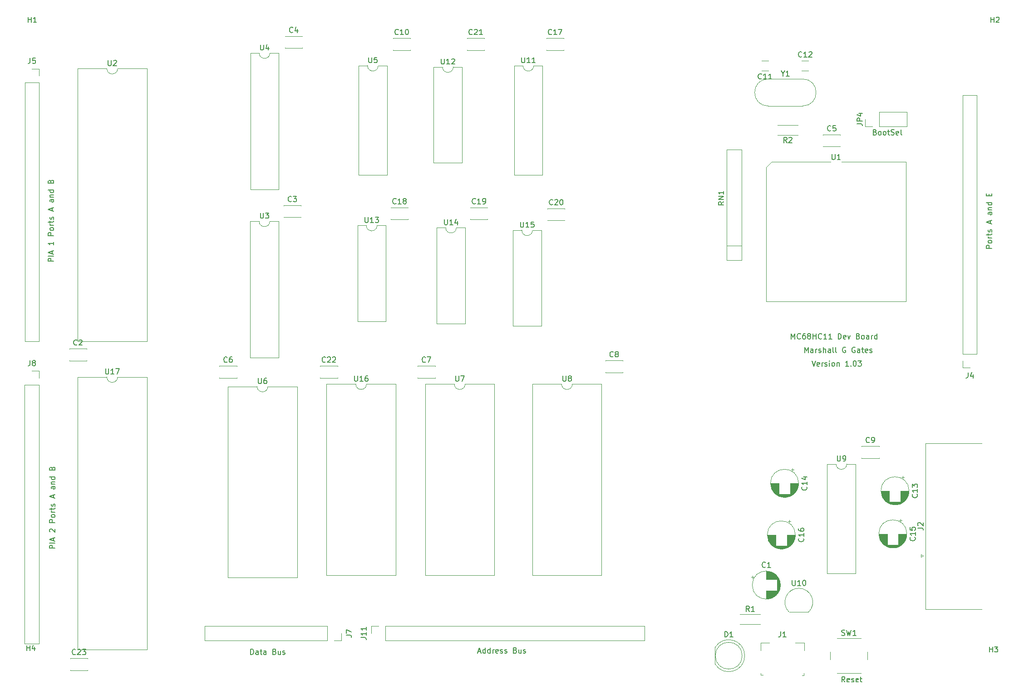
<source format=gbr>
%TF.GenerationSoftware,KiCad,Pcbnew,6.0.2+dfsg-1*%
%TF.CreationDate,2022-08-31T22:20:19-04:00*%
%TF.ProjectId,68hc11,36386863-3131-42e6-9b69-6361645f7063,1.03*%
%TF.SameCoordinates,Original*%
%TF.FileFunction,Legend,Top*%
%TF.FilePolarity,Positive*%
%FSLAX46Y46*%
G04 Gerber Fmt 4.6, Leading zero omitted, Abs format (unit mm)*
G04 Created by KiCad (PCBNEW 6.0.2+dfsg-1) date 2022-08-31 22:20:19*
%MOMM*%
%LPD*%
G01*
G04 APERTURE LIST*
%ADD10C,0.150000*%
%ADD11C,0.120000*%
%ADD12C,0.100000*%
G04 APERTURE END LIST*
D10*
X180499333Y-89114380D02*
X180832666Y-90114380D01*
X181166000Y-89114380D01*
X181880285Y-90066761D02*
X181785047Y-90114380D01*
X181594571Y-90114380D01*
X181499333Y-90066761D01*
X181451714Y-89971523D01*
X181451714Y-89590571D01*
X181499333Y-89495333D01*
X181594571Y-89447714D01*
X181785047Y-89447714D01*
X181880285Y-89495333D01*
X181927904Y-89590571D01*
X181927904Y-89685809D01*
X181451714Y-89781047D01*
X182356476Y-90114380D02*
X182356476Y-89447714D01*
X182356476Y-89638190D02*
X182404095Y-89542952D01*
X182451714Y-89495333D01*
X182546952Y-89447714D01*
X182642190Y-89447714D01*
X182927904Y-90066761D02*
X183023142Y-90114380D01*
X183213619Y-90114380D01*
X183308857Y-90066761D01*
X183356476Y-89971523D01*
X183356476Y-89923904D01*
X183308857Y-89828666D01*
X183213619Y-89781047D01*
X183070761Y-89781047D01*
X182975523Y-89733428D01*
X182927904Y-89638190D01*
X182927904Y-89590571D01*
X182975523Y-89495333D01*
X183070761Y-89447714D01*
X183213619Y-89447714D01*
X183308857Y-89495333D01*
X183785047Y-90114380D02*
X183785047Y-89447714D01*
X183785047Y-89114380D02*
X183737428Y-89162000D01*
X183785047Y-89209619D01*
X183832666Y-89162000D01*
X183785047Y-89114380D01*
X183785047Y-89209619D01*
X184404095Y-90114380D02*
X184308857Y-90066761D01*
X184261238Y-90019142D01*
X184213619Y-89923904D01*
X184213619Y-89638190D01*
X184261238Y-89542952D01*
X184308857Y-89495333D01*
X184404095Y-89447714D01*
X184546952Y-89447714D01*
X184642190Y-89495333D01*
X184689809Y-89542952D01*
X184737428Y-89638190D01*
X184737428Y-89923904D01*
X184689809Y-90019142D01*
X184642190Y-90066761D01*
X184546952Y-90114380D01*
X184404095Y-90114380D01*
X185166000Y-89447714D02*
X185166000Y-90114380D01*
X185166000Y-89542952D02*
X185213619Y-89495333D01*
X185308857Y-89447714D01*
X185451714Y-89447714D01*
X185546952Y-89495333D01*
X185594571Y-89590571D01*
X185594571Y-90114380D01*
X187356476Y-90114380D02*
X186785047Y-90114380D01*
X187070761Y-90114380D02*
X187070761Y-89114380D01*
X186975523Y-89257238D01*
X186880285Y-89352476D01*
X186785047Y-89400095D01*
X187785047Y-90019142D02*
X187832666Y-90066761D01*
X187785047Y-90114380D01*
X187737428Y-90066761D01*
X187785047Y-90019142D01*
X187785047Y-90114380D01*
X188451714Y-89114380D02*
X188546952Y-89114380D01*
X188642190Y-89162000D01*
X188689809Y-89209619D01*
X188737428Y-89304857D01*
X188785047Y-89495333D01*
X188785047Y-89733428D01*
X188737428Y-89923904D01*
X188689809Y-90019142D01*
X188642190Y-90066761D01*
X188546952Y-90114380D01*
X188451714Y-90114380D01*
X188356476Y-90066761D01*
X188308857Y-90019142D01*
X188261238Y-89923904D01*
X188213619Y-89733428D01*
X188213619Y-89495333D01*
X188261238Y-89304857D01*
X188308857Y-89209619D01*
X188356476Y-89162000D01*
X188451714Y-89114380D01*
X189118380Y-89114380D02*
X189737428Y-89114380D01*
X189404095Y-89495333D01*
X189546952Y-89495333D01*
X189642190Y-89542952D01*
X189689809Y-89590571D01*
X189737428Y-89685809D01*
X189737428Y-89923904D01*
X189689809Y-90019142D01*
X189642190Y-90066761D01*
X189546952Y-90114380D01*
X189261238Y-90114380D01*
X189166000Y-90066761D01*
X189118380Y-90019142D01*
X179158095Y-87574380D02*
X179158095Y-86574380D01*
X179491428Y-87288666D01*
X179824761Y-86574380D01*
X179824761Y-87574380D01*
X180729523Y-87574380D02*
X180729523Y-87050571D01*
X180681904Y-86955333D01*
X180586666Y-86907714D01*
X180396190Y-86907714D01*
X180300952Y-86955333D01*
X180729523Y-87526761D02*
X180634285Y-87574380D01*
X180396190Y-87574380D01*
X180300952Y-87526761D01*
X180253333Y-87431523D01*
X180253333Y-87336285D01*
X180300952Y-87241047D01*
X180396190Y-87193428D01*
X180634285Y-87193428D01*
X180729523Y-87145809D01*
X181205714Y-87574380D02*
X181205714Y-86907714D01*
X181205714Y-87098190D02*
X181253333Y-87002952D01*
X181300952Y-86955333D01*
X181396190Y-86907714D01*
X181491428Y-86907714D01*
X181777142Y-87526761D02*
X181872380Y-87574380D01*
X182062857Y-87574380D01*
X182158095Y-87526761D01*
X182205714Y-87431523D01*
X182205714Y-87383904D01*
X182158095Y-87288666D01*
X182062857Y-87241047D01*
X181920000Y-87241047D01*
X181824761Y-87193428D01*
X181777142Y-87098190D01*
X181777142Y-87050571D01*
X181824761Y-86955333D01*
X181920000Y-86907714D01*
X182062857Y-86907714D01*
X182158095Y-86955333D01*
X182634285Y-87574380D02*
X182634285Y-86574380D01*
X183062857Y-87574380D02*
X183062857Y-87050571D01*
X183015238Y-86955333D01*
X182920000Y-86907714D01*
X182777142Y-86907714D01*
X182681904Y-86955333D01*
X182634285Y-87002952D01*
X183967619Y-87574380D02*
X183967619Y-87050571D01*
X183920000Y-86955333D01*
X183824761Y-86907714D01*
X183634285Y-86907714D01*
X183539047Y-86955333D01*
X183967619Y-87526761D02*
X183872380Y-87574380D01*
X183634285Y-87574380D01*
X183539047Y-87526761D01*
X183491428Y-87431523D01*
X183491428Y-87336285D01*
X183539047Y-87241047D01*
X183634285Y-87193428D01*
X183872380Y-87193428D01*
X183967619Y-87145809D01*
X184586666Y-87574380D02*
X184491428Y-87526761D01*
X184443809Y-87431523D01*
X184443809Y-86574380D01*
X185110476Y-87574380D02*
X185015238Y-87526761D01*
X184967619Y-87431523D01*
X184967619Y-86574380D01*
X186777142Y-86622000D02*
X186681904Y-86574380D01*
X186539047Y-86574380D01*
X186396190Y-86622000D01*
X186300952Y-86717238D01*
X186253333Y-86812476D01*
X186205714Y-87002952D01*
X186205714Y-87145809D01*
X186253333Y-87336285D01*
X186300952Y-87431523D01*
X186396190Y-87526761D01*
X186539047Y-87574380D01*
X186634285Y-87574380D01*
X186777142Y-87526761D01*
X186824761Y-87479142D01*
X186824761Y-87145809D01*
X186634285Y-87145809D01*
X188539047Y-86622000D02*
X188443809Y-86574380D01*
X188300952Y-86574380D01*
X188158095Y-86622000D01*
X188062857Y-86717238D01*
X188015238Y-86812476D01*
X187967619Y-87002952D01*
X187967619Y-87145809D01*
X188015238Y-87336285D01*
X188062857Y-87431523D01*
X188158095Y-87526761D01*
X188300952Y-87574380D01*
X188396190Y-87574380D01*
X188539047Y-87526761D01*
X188586666Y-87479142D01*
X188586666Y-87145809D01*
X188396190Y-87145809D01*
X189443809Y-87574380D02*
X189443809Y-87050571D01*
X189396190Y-86955333D01*
X189300952Y-86907714D01*
X189110476Y-86907714D01*
X189015238Y-86955333D01*
X189443809Y-87526761D02*
X189348571Y-87574380D01*
X189110476Y-87574380D01*
X189015238Y-87526761D01*
X188967619Y-87431523D01*
X188967619Y-87336285D01*
X189015238Y-87241047D01*
X189110476Y-87193428D01*
X189348571Y-87193428D01*
X189443809Y-87145809D01*
X189777142Y-86907714D02*
X190158095Y-86907714D01*
X189920000Y-86574380D02*
X189920000Y-87431523D01*
X189967619Y-87526761D01*
X190062857Y-87574380D01*
X190158095Y-87574380D01*
X190872380Y-87526761D02*
X190777142Y-87574380D01*
X190586666Y-87574380D01*
X190491428Y-87526761D01*
X190443809Y-87431523D01*
X190443809Y-87050571D01*
X190491428Y-86955333D01*
X190586666Y-86907714D01*
X190777142Y-86907714D01*
X190872380Y-86955333D01*
X190920000Y-87050571D01*
X190920000Y-87145809D01*
X190443809Y-87241047D01*
X191300952Y-87526761D02*
X191396190Y-87574380D01*
X191586666Y-87574380D01*
X191681904Y-87526761D01*
X191729523Y-87431523D01*
X191729523Y-87383904D01*
X191681904Y-87288666D01*
X191586666Y-87241047D01*
X191443809Y-87241047D01*
X191348571Y-87193428D01*
X191300952Y-87098190D01*
X191300952Y-87050571D01*
X191348571Y-86955333D01*
X191443809Y-86907714D01*
X191586666Y-86907714D01*
X191681904Y-86955333D01*
X176658000Y-85034380D02*
X176658000Y-84034380D01*
X176991333Y-84748666D01*
X177324666Y-84034380D01*
X177324666Y-85034380D01*
X178372285Y-84939142D02*
X178324666Y-84986761D01*
X178181809Y-85034380D01*
X178086571Y-85034380D01*
X177943714Y-84986761D01*
X177848476Y-84891523D01*
X177800857Y-84796285D01*
X177753238Y-84605809D01*
X177753238Y-84462952D01*
X177800857Y-84272476D01*
X177848476Y-84177238D01*
X177943714Y-84082000D01*
X178086571Y-84034380D01*
X178181809Y-84034380D01*
X178324666Y-84082000D01*
X178372285Y-84129619D01*
X179229428Y-84034380D02*
X179038952Y-84034380D01*
X178943714Y-84082000D01*
X178896095Y-84129619D01*
X178800857Y-84272476D01*
X178753238Y-84462952D01*
X178753238Y-84843904D01*
X178800857Y-84939142D01*
X178848476Y-84986761D01*
X178943714Y-85034380D01*
X179134190Y-85034380D01*
X179229428Y-84986761D01*
X179277047Y-84939142D01*
X179324666Y-84843904D01*
X179324666Y-84605809D01*
X179277047Y-84510571D01*
X179229428Y-84462952D01*
X179134190Y-84415333D01*
X178943714Y-84415333D01*
X178848476Y-84462952D01*
X178800857Y-84510571D01*
X178753238Y-84605809D01*
X179896095Y-84462952D02*
X179800857Y-84415333D01*
X179753238Y-84367714D01*
X179705619Y-84272476D01*
X179705619Y-84224857D01*
X179753238Y-84129619D01*
X179800857Y-84082000D01*
X179896095Y-84034380D01*
X180086571Y-84034380D01*
X180181809Y-84082000D01*
X180229428Y-84129619D01*
X180277047Y-84224857D01*
X180277047Y-84272476D01*
X180229428Y-84367714D01*
X180181809Y-84415333D01*
X180086571Y-84462952D01*
X179896095Y-84462952D01*
X179800857Y-84510571D01*
X179753238Y-84558190D01*
X179705619Y-84653428D01*
X179705619Y-84843904D01*
X179753238Y-84939142D01*
X179800857Y-84986761D01*
X179896095Y-85034380D01*
X180086571Y-85034380D01*
X180181809Y-84986761D01*
X180229428Y-84939142D01*
X180277047Y-84843904D01*
X180277047Y-84653428D01*
X180229428Y-84558190D01*
X180181809Y-84510571D01*
X180086571Y-84462952D01*
X180705619Y-85034380D02*
X180705619Y-84034380D01*
X180705619Y-84510571D02*
X181277047Y-84510571D01*
X181277047Y-85034380D02*
X181277047Y-84034380D01*
X182324666Y-84939142D02*
X182277047Y-84986761D01*
X182134190Y-85034380D01*
X182038952Y-85034380D01*
X181896095Y-84986761D01*
X181800857Y-84891523D01*
X181753238Y-84796285D01*
X181705619Y-84605809D01*
X181705619Y-84462952D01*
X181753238Y-84272476D01*
X181800857Y-84177238D01*
X181896095Y-84082000D01*
X182038952Y-84034380D01*
X182134190Y-84034380D01*
X182277047Y-84082000D01*
X182324666Y-84129619D01*
X183277047Y-85034380D02*
X182705619Y-85034380D01*
X182991333Y-85034380D02*
X182991333Y-84034380D01*
X182896095Y-84177238D01*
X182800857Y-84272476D01*
X182705619Y-84320095D01*
X184229428Y-85034380D02*
X183658000Y-85034380D01*
X183943714Y-85034380D02*
X183943714Y-84034380D01*
X183848476Y-84177238D01*
X183753238Y-84272476D01*
X183658000Y-84320095D01*
X185419904Y-85034380D02*
X185419904Y-84034380D01*
X185658000Y-84034380D01*
X185800857Y-84082000D01*
X185896095Y-84177238D01*
X185943714Y-84272476D01*
X185991333Y-84462952D01*
X185991333Y-84605809D01*
X185943714Y-84796285D01*
X185896095Y-84891523D01*
X185800857Y-84986761D01*
X185658000Y-85034380D01*
X185419904Y-85034380D01*
X186800857Y-84986761D02*
X186705619Y-85034380D01*
X186515142Y-85034380D01*
X186419904Y-84986761D01*
X186372285Y-84891523D01*
X186372285Y-84510571D01*
X186419904Y-84415333D01*
X186515142Y-84367714D01*
X186705619Y-84367714D01*
X186800857Y-84415333D01*
X186848476Y-84510571D01*
X186848476Y-84605809D01*
X186372285Y-84701047D01*
X187181809Y-84367714D02*
X187419904Y-85034380D01*
X187658000Y-84367714D01*
X189134190Y-84510571D02*
X189277047Y-84558190D01*
X189324666Y-84605809D01*
X189372285Y-84701047D01*
X189372285Y-84843904D01*
X189324666Y-84939142D01*
X189277047Y-84986761D01*
X189181809Y-85034380D01*
X188800857Y-85034380D01*
X188800857Y-84034380D01*
X189134190Y-84034380D01*
X189229428Y-84082000D01*
X189277047Y-84129619D01*
X189324666Y-84224857D01*
X189324666Y-84320095D01*
X189277047Y-84415333D01*
X189229428Y-84462952D01*
X189134190Y-84510571D01*
X188800857Y-84510571D01*
X189943714Y-85034380D02*
X189848476Y-84986761D01*
X189800857Y-84939142D01*
X189753238Y-84843904D01*
X189753238Y-84558190D01*
X189800857Y-84462952D01*
X189848476Y-84415333D01*
X189943714Y-84367714D01*
X190086571Y-84367714D01*
X190181809Y-84415333D01*
X190229428Y-84462952D01*
X190277047Y-84558190D01*
X190277047Y-84843904D01*
X190229428Y-84939142D01*
X190181809Y-84986761D01*
X190086571Y-85034380D01*
X189943714Y-85034380D01*
X191134190Y-85034380D02*
X191134190Y-84510571D01*
X191086571Y-84415333D01*
X190991333Y-84367714D01*
X190800857Y-84367714D01*
X190705619Y-84415333D01*
X191134190Y-84986761D02*
X191038952Y-85034380D01*
X190800857Y-85034380D01*
X190705619Y-84986761D01*
X190658000Y-84891523D01*
X190658000Y-84796285D01*
X190705619Y-84701047D01*
X190800857Y-84653428D01*
X191038952Y-84653428D01*
X191134190Y-84605809D01*
X191610380Y-85034380D02*
X191610380Y-84367714D01*
X191610380Y-84558190D02*
X191658000Y-84462952D01*
X191705619Y-84415333D01*
X191800857Y-84367714D01*
X191896095Y-84367714D01*
X192658000Y-85034380D02*
X192658000Y-84034380D01*
X192658000Y-84986761D02*
X192562761Y-85034380D01*
X192372285Y-85034380D01*
X192277047Y-84986761D01*
X192229428Y-84939142D01*
X192181809Y-84843904D01*
X192181809Y-84558190D01*
X192229428Y-84462952D01*
X192277047Y-84415333D01*
X192372285Y-84367714D01*
X192562761Y-84367714D01*
X192658000Y-84415333D01*
%TO.C,H4*%
X34036095Y-143256380D02*
X34036095Y-142256380D01*
X34036095Y-142732571D02*
X34607523Y-142732571D01*
X34607523Y-143256380D02*
X34607523Y-142256380D01*
X35512285Y-142589714D02*
X35512285Y-143256380D01*
X35274190Y-142208761D02*
X35036095Y-142923047D01*
X35655142Y-142923047D01*
%TO.C,H3*%
X213614095Y-143510380D02*
X213614095Y-142510380D01*
X213614095Y-142986571D02*
X214185523Y-142986571D01*
X214185523Y-143510380D02*
X214185523Y-142510380D01*
X214566476Y-142510380D02*
X215185523Y-142510380D01*
X214852190Y-142891333D01*
X214995047Y-142891333D01*
X215090285Y-142938952D01*
X215137904Y-142986571D01*
X215185523Y-143081809D01*
X215185523Y-143319904D01*
X215137904Y-143415142D01*
X215090285Y-143462761D01*
X214995047Y-143510380D01*
X214709333Y-143510380D01*
X214614095Y-143462761D01*
X214566476Y-143415142D01*
%TO.C,H2*%
X213868095Y-25908380D02*
X213868095Y-24908380D01*
X213868095Y-25384571D02*
X214439523Y-25384571D01*
X214439523Y-25908380D02*
X214439523Y-24908380D01*
X214868095Y-25003619D02*
X214915714Y-24956000D01*
X215010952Y-24908380D01*
X215249047Y-24908380D01*
X215344285Y-24956000D01*
X215391904Y-25003619D01*
X215439523Y-25098857D01*
X215439523Y-25194095D01*
X215391904Y-25336952D01*
X214820476Y-25908380D01*
X215439523Y-25908380D01*
%TO.C,H1*%
X34290095Y-25908380D02*
X34290095Y-24908380D01*
X34290095Y-25384571D02*
X34861523Y-25384571D01*
X34861523Y-25908380D02*
X34861523Y-24908380D01*
X35861523Y-25908380D02*
X35290095Y-25908380D01*
X35575809Y-25908380D02*
X35575809Y-24908380D01*
X35480571Y-25051238D01*
X35385333Y-25146476D01*
X35290095Y-25194095D01*
%TO.C,C23*%
X43157142Y-143907142D02*
X43109523Y-143954761D01*
X42966666Y-144002380D01*
X42871428Y-144002380D01*
X42728571Y-143954761D01*
X42633333Y-143859523D01*
X42585714Y-143764285D01*
X42538095Y-143573809D01*
X42538095Y-143430952D01*
X42585714Y-143240476D01*
X42633333Y-143145238D01*
X42728571Y-143050000D01*
X42871428Y-143002380D01*
X42966666Y-143002380D01*
X43109523Y-143050000D01*
X43157142Y-143097619D01*
X43538095Y-143097619D02*
X43585714Y-143050000D01*
X43680952Y-143002380D01*
X43919047Y-143002380D01*
X44014285Y-143050000D01*
X44061904Y-143097619D01*
X44109523Y-143192857D01*
X44109523Y-143288095D01*
X44061904Y-143430952D01*
X43490476Y-144002380D01*
X44109523Y-144002380D01*
X44442857Y-143002380D02*
X45061904Y-143002380D01*
X44728571Y-143383333D01*
X44871428Y-143383333D01*
X44966666Y-143430952D01*
X45014285Y-143478571D01*
X45061904Y-143573809D01*
X45061904Y-143811904D01*
X45014285Y-143907142D01*
X44966666Y-143954761D01*
X44871428Y-144002380D01*
X44585714Y-144002380D01*
X44490476Y-143954761D01*
X44442857Y-143907142D01*
%TO.C,U8*%
X134058095Y-91922380D02*
X134058095Y-92731904D01*
X134105714Y-92827142D01*
X134153333Y-92874761D01*
X134248571Y-92922380D01*
X134439047Y-92922380D01*
X134534285Y-92874761D01*
X134581904Y-92827142D01*
X134629523Y-92731904D01*
X134629523Y-91922380D01*
X135248571Y-92350952D02*
X135153333Y-92303333D01*
X135105714Y-92255714D01*
X135058095Y-92160476D01*
X135058095Y-92112857D01*
X135105714Y-92017619D01*
X135153333Y-91970000D01*
X135248571Y-91922380D01*
X135439047Y-91922380D01*
X135534285Y-91970000D01*
X135581904Y-92017619D01*
X135629523Y-92112857D01*
X135629523Y-92160476D01*
X135581904Y-92255714D01*
X135534285Y-92303333D01*
X135439047Y-92350952D01*
X135248571Y-92350952D01*
X135153333Y-92398571D01*
X135105714Y-92446190D01*
X135058095Y-92541428D01*
X135058095Y-92731904D01*
X135105714Y-92827142D01*
X135153333Y-92874761D01*
X135248571Y-92922380D01*
X135439047Y-92922380D01*
X135534285Y-92874761D01*
X135581904Y-92827142D01*
X135629523Y-92731904D01*
X135629523Y-92541428D01*
X135581904Y-92446190D01*
X135534285Y-92398571D01*
X135439047Y-92350952D01*
%TO.C,C12*%
X178607142Y-32307142D02*
X178559523Y-32354761D01*
X178416666Y-32402380D01*
X178321428Y-32402380D01*
X178178571Y-32354761D01*
X178083333Y-32259523D01*
X178035714Y-32164285D01*
X177988095Y-31973809D01*
X177988095Y-31830952D01*
X178035714Y-31640476D01*
X178083333Y-31545238D01*
X178178571Y-31450000D01*
X178321428Y-31402380D01*
X178416666Y-31402380D01*
X178559523Y-31450000D01*
X178607142Y-31497619D01*
X179559523Y-32402380D02*
X178988095Y-32402380D01*
X179273809Y-32402380D02*
X179273809Y-31402380D01*
X179178571Y-31545238D01*
X179083333Y-31640476D01*
X178988095Y-31688095D01*
X179940476Y-31497619D02*
X179988095Y-31450000D01*
X180083333Y-31402380D01*
X180321428Y-31402380D01*
X180416666Y-31450000D01*
X180464285Y-31497619D01*
X180511904Y-31592857D01*
X180511904Y-31688095D01*
X180464285Y-31830952D01*
X179892857Y-32402380D01*
X180511904Y-32402380D01*
%TO.C,JP4*%
X188922380Y-44833333D02*
X189636666Y-44833333D01*
X189779523Y-44880952D01*
X189874761Y-44976190D01*
X189922380Y-45119047D01*
X189922380Y-45214285D01*
X189922380Y-44357142D02*
X188922380Y-44357142D01*
X188922380Y-43976190D01*
X188970000Y-43880952D01*
X189017619Y-43833333D01*
X189112857Y-43785714D01*
X189255714Y-43785714D01*
X189350952Y-43833333D01*
X189398571Y-43880952D01*
X189446190Y-43976190D01*
X189446190Y-44357142D01*
X189255714Y-42928571D02*
X189922380Y-42928571D01*
X188874761Y-43166666D02*
X189589047Y-43404761D01*
X189589047Y-42785714D01*
X192278285Y-46410571D02*
X192421142Y-46458190D01*
X192468761Y-46505809D01*
X192516380Y-46601047D01*
X192516380Y-46743904D01*
X192468761Y-46839142D01*
X192421142Y-46886761D01*
X192325904Y-46934380D01*
X191944952Y-46934380D01*
X191944952Y-45934380D01*
X192278285Y-45934380D01*
X192373523Y-45982000D01*
X192421142Y-46029619D01*
X192468761Y-46124857D01*
X192468761Y-46220095D01*
X192421142Y-46315333D01*
X192373523Y-46362952D01*
X192278285Y-46410571D01*
X191944952Y-46410571D01*
X193087809Y-46934380D02*
X192992571Y-46886761D01*
X192944952Y-46839142D01*
X192897333Y-46743904D01*
X192897333Y-46458190D01*
X192944952Y-46362952D01*
X192992571Y-46315333D01*
X193087809Y-46267714D01*
X193230666Y-46267714D01*
X193325904Y-46315333D01*
X193373523Y-46362952D01*
X193421142Y-46458190D01*
X193421142Y-46743904D01*
X193373523Y-46839142D01*
X193325904Y-46886761D01*
X193230666Y-46934380D01*
X193087809Y-46934380D01*
X193992571Y-46934380D02*
X193897333Y-46886761D01*
X193849714Y-46839142D01*
X193802095Y-46743904D01*
X193802095Y-46458190D01*
X193849714Y-46362952D01*
X193897333Y-46315333D01*
X193992571Y-46267714D01*
X194135428Y-46267714D01*
X194230666Y-46315333D01*
X194278285Y-46362952D01*
X194325904Y-46458190D01*
X194325904Y-46743904D01*
X194278285Y-46839142D01*
X194230666Y-46886761D01*
X194135428Y-46934380D01*
X193992571Y-46934380D01*
X194611619Y-46267714D02*
X194992571Y-46267714D01*
X194754476Y-45934380D02*
X194754476Y-46791523D01*
X194802095Y-46886761D01*
X194897333Y-46934380D01*
X194992571Y-46934380D01*
X195278285Y-46886761D02*
X195421142Y-46934380D01*
X195659238Y-46934380D01*
X195754476Y-46886761D01*
X195802095Y-46839142D01*
X195849714Y-46743904D01*
X195849714Y-46648666D01*
X195802095Y-46553428D01*
X195754476Y-46505809D01*
X195659238Y-46458190D01*
X195468761Y-46410571D01*
X195373523Y-46362952D01*
X195325904Y-46315333D01*
X195278285Y-46220095D01*
X195278285Y-46124857D01*
X195325904Y-46029619D01*
X195373523Y-45982000D01*
X195468761Y-45934380D01*
X195706857Y-45934380D01*
X195849714Y-45982000D01*
X196659238Y-46886761D02*
X196564000Y-46934380D01*
X196373523Y-46934380D01*
X196278285Y-46886761D01*
X196230666Y-46791523D01*
X196230666Y-46410571D01*
X196278285Y-46315333D01*
X196373523Y-46267714D01*
X196564000Y-46267714D01*
X196659238Y-46315333D01*
X196706857Y-46410571D01*
X196706857Y-46505809D01*
X196230666Y-46601047D01*
X197278285Y-46934380D02*
X197183047Y-46886761D01*
X197135428Y-46791523D01*
X197135428Y-45934380D01*
%TO.C,C5*%
X184033333Y-46107142D02*
X183985714Y-46154761D01*
X183842857Y-46202380D01*
X183747619Y-46202380D01*
X183604761Y-46154761D01*
X183509523Y-46059523D01*
X183461904Y-45964285D01*
X183414285Y-45773809D01*
X183414285Y-45630952D01*
X183461904Y-45440476D01*
X183509523Y-45345238D01*
X183604761Y-45250000D01*
X183747619Y-45202380D01*
X183842857Y-45202380D01*
X183985714Y-45250000D01*
X184033333Y-45297619D01*
X184938095Y-45202380D02*
X184461904Y-45202380D01*
X184414285Y-45678571D01*
X184461904Y-45630952D01*
X184557142Y-45583333D01*
X184795238Y-45583333D01*
X184890476Y-45630952D01*
X184938095Y-45678571D01*
X184985714Y-45773809D01*
X184985714Y-46011904D01*
X184938095Y-46107142D01*
X184890476Y-46154761D01*
X184795238Y-46202380D01*
X184557142Y-46202380D01*
X184461904Y-46154761D01*
X184414285Y-46107142D01*
%TO.C,U7*%
X114058095Y-91922380D02*
X114058095Y-92731904D01*
X114105714Y-92827142D01*
X114153333Y-92874761D01*
X114248571Y-92922380D01*
X114439047Y-92922380D01*
X114534285Y-92874761D01*
X114581904Y-92827142D01*
X114629523Y-92731904D01*
X114629523Y-91922380D01*
X115010476Y-91922380D02*
X115677142Y-91922380D01*
X115248571Y-92922380D01*
%TO.C,J11*%
X96362380Y-140809523D02*
X97076666Y-140809523D01*
X97219523Y-140857142D01*
X97314761Y-140952380D01*
X97362380Y-141095238D01*
X97362380Y-141190476D01*
X97362380Y-139809523D02*
X97362380Y-140380952D01*
X97362380Y-140095238D02*
X96362380Y-140095238D01*
X96505238Y-140190476D01*
X96600476Y-140285714D01*
X96648095Y-140380952D01*
X97362380Y-138857142D02*
X97362380Y-139428571D01*
X97362380Y-139142857D02*
X96362380Y-139142857D01*
X96505238Y-139238095D01*
X96600476Y-139333333D01*
X96648095Y-139428571D01*
X118253428Y-143422666D02*
X118729619Y-143422666D01*
X118158190Y-143708380D02*
X118491523Y-142708380D01*
X118824857Y-143708380D01*
X119586761Y-143708380D02*
X119586761Y-142708380D01*
X119586761Y-143660761D02*
X119491523Y-143708380D01*
X119301047Y-143708380D01*
X119205809Y-143660761D01*
X119158190Y-143613142D01*
X119110571Y-143517904D01*
X119110571Y-143232190D01*
X119158190Y-143136952D01*
X119205809Y-143089333D01*
X119301047Y-143041714D01*
X119491523Y-143041714D01*
X119586761Y-143089333D01*
X120491523Y-143708380D02*
X120491523Y-142708380D01*
X120491523Y-143660761D02*
X120396285Y-143708380D01*
X120205809Y-143708380D01*
X120110571Y-143660761D01*
X120062952Y-143613142D01*
X120015333Y-143517904D01*
X120015333Y-143232190D01*
X120062952Y-143136952D01*
X120110571Y-143089333D01*
X120205809Y-143041714D01*
X120396285Y-143041714D01*
X120491523Y-143089333D01*
X120967714Y-143708380D02*
X120967714Y-143041714D01*
X120967714Y-143232190D02*
X121015333Y-143136952D01*
X121062952Y-143089333D01*
X121158190Y-143041714D01*
X121253428Y-143041714D01*
X121967714Y-143660761D02*
X121872476Y-143708380D01*
X121682000Y-143708380D01*
X121586761Y-143660761D01*
X121539142Y-143565523D01*
X121539142Y-143184571D01*
X121586761Y-143089333D01*
X121682000Y-143041714D01*
X121872476Y-143041714D01*
X121967714Y-143089333D01*
X122015333Y-143184571D01*
X122015333Y-143279809D01*
X121539142Y-143375047D01*
X122396285Y-143660761D02*
X122491523Y-143708380D01*
X122682000Y-143708380D01*
X122777238Y-143660761D01*
X122824857Y-143565523D01*
X122824857Y-143517904D01*
X122777238Y-143422666D01*
X122682000Y-143375047D01*
X122539142Y-143375047D01*
X122443904Y-143327428D01*
X122396285Y-143232190D01*
X122396285Y-143184571D01*
X122443904Y-143089333D01*
X122539142Y-143041714D01*
X122682000Y-143041714D01*
X122777238Y-143089333D01*
X123205809Y-143660761D02*
X123301047Y-143708380D01*
X123491523Y-143708380D01*
X123586761Y-143660761D01*
X123634380Y-143565523D01*
X123634380Y-143517904D01*
X123586761Y-143422666D01*
X123491523Y-143375047D01*
X123348666Y-143375047D01*
X123253428Y-143327428D01*
X123205809Y-143232190D01*
X123205809Y-143184571D01*
X123253428Y-143089333D01*
X123348666Y-143041714D01*
X123491523Y-143041714D01*
X123586761Y-143089333D01*
X125158190Y-143184571D02*
X125301047Y-143232190D01*
X125348666Y-143279809D01*
X125396285Y-143375047D01*
X125396285Y-143517904D01*
X125348666Y-143613142D01*
X125301047Y-143660761D01*
X125205809Y-143708380D01*
X124824857Y-143708380D01*
X124824857Y-142708380D01*
X125158190Y-142708380D01*
X125253428Y-142756000D01*
X125301047Y-142803619D01*
X125348666Y-142898857D01*
X125348666Y-142994095D01*
X125301047Y-143089333D01*
X125253428Y-143136952D01*
X125158190Y-143184571D01*
X124824857Y-143184571D01*
X126253428Y-143041714D02*
X126253428Y-143708380D01*
X125824857Y-143041714D02*
X125824857Y-143565523D01*
X125872476Y-143660761D01*
X125967714Y-143708380D01*
X126110571Y-143708380D01*
X126205809Y-143660761D01*
X126253428Y-143613142D01*
X126682000Y-143660761D02*
X126777238Y-143708380D01*
X126967714Y-143708380D01*
X127062952Y-143660761D01*
X127110571Y-143565523D01*
X127110571Y-143517904D01*
X127062952Y-143422666D01*
X126967714Y-143375047D01*
X126824857Y-143375047D01*
X126729619Y-143327428D01*
X126682000Y-143232190D01*
X126682000Y-143184571D01*
X126729619Y-143089333D01*
X126824857Y-143041714D01*
X126967714Y-143041714D01*
X127062952Y-143089333D01*
%TO.C,C4*%
X83683333Y-27707142D02*
X83635714Y-27754761D01*
X83492857Y-27802380D01*
X83397619Y-27802380D01*
X83254761Y-27754761D01*
X83159523Y-27659523D01*
X83111904Y-27564285D01*
X83064285Y-27373809D01*
X83064285Y-27230952D01*
X83111904Y-27040476D01*
X83159523Y-26945238D01*
X83254761Y-26850000D01*
X83397619Y-26802380D01*
X83492857Y-26802380D01*
X83635714Y-26850000D01*
X83683333Y-26897619D01*
X84540476Y-27135714D02*
X84540476Y-27802380D01*
X84302380Y-26754761D02*
X84064285Y-27469047D01*
X84683333Y-27469047D01*
%TO.C,C19*%
X117757142Y-59707142D02*
X117709523Y-59754761D01*
X117566666Y-59802380D01*
X117471428Y-59802380D01*
X117328571Y-59754761D01*
X117233333Y-59659523D01*
X117185714Y-59564285D01*
X117138095Y-59373809D01*
X117138095Y-59230952D01*
X117185714Y-59040476D01*
X117233333Y-58945238D01*
X117328571Y-58850000D01*
X117471428Y-58802380D01*
X117566666Y-58802380D01*
X117709523Y-58850000D01*
X117757142Y-58897619D01*
X118709523Y-59802380D02*
X118138095Y-59802380D01*
X118423809Y-59802380D02*
X118423809Y-58802380D01*
X118328571Y-58945238D01*
X118233333Y-59040476D01*
X118138095Y-59088095D01*
X119185714Y-59802380D02*
X119376190Y-59802380D01*
X119471428Y-59754761D01*
X119519047Y-59707142D01*
X119614285Y-59564285D01*
X119661904Y-59373809D01*
X119661904Y-58992857D01*
X119614285Y-58897619D01*
X119566666Y-58850000D01*
X119471428Y-58802380D01*
X119280952Y-58802380D01*
X119185714Y-58850000D01*
X119138095Y-58897619D01*
X119090476Y-58992857D01*
X119090476Y-59230952D01*
X119138095Y-59326190D01*
X119185714Y-59373809D01*
X119280952Y-59421428D01*
X119471428Y-59421428D01*
X119566666Y-59373809D01*
X119614285Y-59326190D01*
X119661904Y-59230952D01*
%TO.C,C10*%
X103357142Y-28107142D02*
X103309523Y-28154761D01*
X103166666Y-28202380D01*
X103071428Y-28202380D01*
X102928571Y-28154761D01*
X102833333Y-28059523D01*
X102785714Y-27964285D01*
X102738095Y-27773809D01*
X102738095Y-27630952D01*
X102785714Y-27440476D01*
X102833333Y-27345238D01*
X102928571Y-27250000D01*
X103071428Y-27202380D01*
X103166666Y-27202380D01*
X103309523Y-27250000D01*
X103357142Y-27297619D01*
X104309523Y-28202380D02*
X103738095Y-28202380D01*
X104023809Y-28202380D02*
X104023809Y-27202380D01*
X103928571Y-27345238D01*
X103833333Y-27440476D01*
X103738095Y-27488095D01*
X104928571Y-27202380D02*
X105023809Y-27202380D01*
X105119047Y-27250000D01*
X105166666Y-27297619D01*
X105214285Y-27392857D01*
X105261904Y-27583333D01*
X105261904Y-27821428D01*
X105214285Y-28011904D01*
X105166666Y-28107142D01*
X105119047Y-28154761D01*
X105023809Y-28202380D01*
X104928571Y-28202380D01*
X104833333Y-28154761D01*
X104785714Y-28107142D01*
X104738095Y-28011904D01*
X104690476Y-27821428D01*
X104690476Y-27583333D01*
X104738095Y-27392857D01*
X104785714Y-27297619D01*
X104833333Y-27250000D01*
X104928571Y-27202380D01*
%TO.C,C9*%
X191233333Y-104307142D02*
X191185714Y-104354761D01*
X191042857Y-104402380D01*
X190947619Y-104402380D01*
X190804761Y-104354761D01*
X190709523Y-104259523D01*
X190661904Y-104164285D01*
X190614285Y-103973809D01*
X190614285Y-103830952D01*
X190661904Y-103640476D01*
X190709523Y-103545238D01*
X190804761Y-103450000D01*
X190947619Y-103402380D01*
X191042857Y-103402380D01*
X191185714Y-103450000D01*
X191233333Y-103497619D01*
X191709523Y-104402380D02*
X191900000Y-104402380D01*
X191995238Y-104354761D01*
X192042857Y-104307142D01*
X192138095Y-104164285D01*
X192185714Y-103973809D01*
X192185714Y-103592857D01*
X192138095Y-103497619D01*
X192090476Y-103450000D01*
X191995238Y-103402380D01*
X191804761Y-103402380D01*
X191709523Y-103450000D01*
X191661904Y-103497619D01*
X191614285Y-103592857D01*
X191614285Y-103830952D01*
X191661904Y-103926190D01*
X191709523Y-103973809D01*
X191804761Y-104021428D01*
X191995238Y-104021428D01*
X192090476Y-103973809D01*
X192138095Y-103926190D01*
X192185714Y-103830952D01*
%TO.C,U12*%
X111371904Y-32697380D02*
X111371904Y-33506904D01*
X111419523Y-33602142D01*
X111467142Y-33649761D01*
X111562380Y-33697380D01*
X111752857Y-33697380D01*
X111848095Y-33649761D01*
X111895714Y-33602142D01*
X111943333Y-33506904D01*
X111943333Y-32697380D01*
X112943333Y-33697380D02*
X112371904Y-33697380D01*
X112657619Y-33697380D02*
X112657619Y-32697380D01*
X112562380Y-32840238D01*
X112467142Y-32935476D01*
X112371904Y-32983095D01*
X113324285Y-32792619D02*
X113371904Y-32745000D01*
X113467142Y-32697380D01*
X113705238Y-32697380D01*
X113800476Y-32745000D01*
X113848095Y-32792619D01*
X113895714Y-32887857D01*
X113895714Y-32983095D01*
X113848095Y-33125952D01*
X113276666Y-33697380D01*
X113895714Y-33697380D01*
%TO.C,R2*%
X175833333Y-48372380D02*
X175500000Y-47896190D01*
X175261904Y-48372380D02*
X175261904Y-47372380D01*
X175642857Y-47372380D01*
X175738095Y-47420000D01*
X175785714Y-47467619D01*
X175833333Y-47562857D01*
X175833333Y-47705714D01*
X175785714Y-47800952D01*
X175738095Y-47848571D01*
X175642857Y-47896190D01*
X175261904Y-47896190D01*
X176214285Y-47467619D02*
X176261904Y-47420000D01*
X176357142Y-47372380D01*
X176595238Y-47372380D01*
X176690476Y-47420000D01*
X176738095Y-47467619D01*
X176785714Y-47562857D01*
X176785714Y-47658095D01*
X176738095Y-47800952D01*
X176166666Y-48372380D01*
X176785714Y-48372380D01*
%TO.C,C21*%
X117157142Y-28107142D02*
X117109523Y-28154761D01*
X116966666Y-28202380D01*
X116871428Y-28202380D01*
X116728571Y-28154761D01*
X116633333Y-28059523D01*
X116585714Y-27964285D01*
X116538095Y-27773809D01*
X116538095Y-27630952D01*
X116585714Y-27440476D01*
X116633333Y-27345238D01*
X116728571Y-27250000D01*
X116871428Y-27202380D01*
X116966666Y-27202380D01*
X117109523Y-27250000D01*
X117157142Y-27297619D01*
X117538095Y-27297619D02*
X117585714Y-27250000D01*
X117680952Y-27202380D01*
X117919047Y-27202380D01*
X118014285Y-27250000D01*
X118061904Y-27297619D01*
X118109523Y-27392857D01*
X118109523Y-27488095D01*
X118061904Y-27630952D01*
X117490476Y-28202380D01*
X118109523Y-28202380D01*
X119061904Y-28202380D02*
X118490476Y-28202380D01*
X118776190Y-28202380D02*
X118776190Y-27202380D01*
X118680952Y-27345238D01*
X118585714Y-27440476D01*
X118490476Y-27488095D01*
%TO.C,C18*%
X102937142Y-59707142D02*
X102889523Y-59754761D01*
X102746666Y-59802380D01*
X102651428Y-59802380D01*
X102508571Y-59754761D01*
X102413333Y-59659523D01*
X102365714Y-59564285D01*
X102318095Y-59373809D01*
X102318095Y-59230952D01*
X102365714Y-59040476D01*
X102413333Y-58945238D01*
X102508571Y-58850000D01*
X102651428Y-58802380D01*
X102746666Y-58802380D01*
X102889523Y-58850000D01*
X102937142Y-58897619D01*
X103889523Y-59802380D02*
X103318095Y-59802380D01*
X103603809Y-59802380D02*
X103603809Y-58802380D01*
X103508571Y-58945238D01*
X103413333Y-59040476D01*
X103318095Y-59088095D01*
X104460952Y-59230952D02*
X104365714Y-59183333D01*
X104318095Y-59135714D01*
X104270476Y-59040476D01*
X104270476Y-58992857D01*
X104318095Y-58897619D01*
X104365714Y-58850000D01*
X104460952Y-58802380D01*
X104651428Y-58802380D01*
X104746666Y-58850000D01*
X104794285Y-58897619D01*
X104841904Y-58992857D01*
X104841904Y-59040476D01*
X104794285Y-59135714D01*
X104746666Y-59183333D01*
X104651428Y-59230952D01*
X104460952Y-59230952D01*
X104365714Y-59278571D01*
X104318095Y-59326190D01*
X104270476Y-59421428D01*
X104270476Y-59611904D01*
X104318095Y-59707142D01*
X104365714Y-59754761D01*
X104460952Y-59802380D01*
X104651428Y-59802380D01*
X104746666Y-59754761D01*
X104794285Y-59707142D01*
X104841904Y-59611904D01*
X104841904Y-59421428D01*
X104794285Y-59326190D01*
X104746666Y-59278571D01*
X104651428Y-59230952D01*
%TO.C,C6*%
X71433333Y-89307142D02*
X71385714Y-89354761D01*
X71242857Y-89402380D01*
X71147619Y-89402380D01*
X71004761Y-89354761D01*
X70909523Y-89259523D01*
X70861904Y-89164285D01*
X70814285Y-88973809D01*
X70814285Y-88830952D01*
X70861904Y-88640476D01*
X70909523Y-88545238D01*
X71004761Y-88450000D01*
X71147619Y-88402380D01*
X71242857Y-88402380D01*
X71385714Y-88450000D01*
X71433333Y-88497619D01*
X72290476Y-88402380D02*
X72100000Y-88402380D01*
X72004761Y-88450000D01*
X71957142Y-88497619D01*
X71861904Y-88640476D01*
X71814285Y-88830952D01*
X71814285Y-89211904D01*
X71861904Y-89307142D01*
X71909523Y-89354761D01*
X72004761Y-89402380D01*
X72195238Y-89402380D01*
X72290476Y-89354761D01*
X72338095Y-89307142D01*
X72385714Y-89211904D01*
X72385714Y-88973809D01*
X72338095Y-88878571D01*
X72290476Y-88830952D01*
X72195238Y-88783333D01*
X72004761Y-88783333D01*
X71909523Y-88830952D01*
X71861904Y-88878571D01*
X71814285Y-88973809D01*
%TO.C,U9*%
X185248095Y-106847380D02*
X185248095Y-107656904D01*
X185295714Y-107752142D01*
X185343333Y-107799761D01*
X185438571Y-107847380D01*
X185629047Y-107847380D01*
X185724285Y-107799761D01*
X185771904Y-107752142D01*
X185819523Y-107656904D01*
X185819523Y-106847380D01*
X186343333Y-107847380D02*
X186533809Y-107847380D01*
X186629047Y-107799761D01*
X186676666Y-107752142D01*
X186771904Y-107609285D01*
X186819523Y-107418809D01*
X186819523Y-107037857D01*
X186771904Y-106942619D01*
X186724285Y-106895000D01*
X186629047Y-106847380D01*
X186438571Y-106847380D01*
X186343333Y-106895000D01*
X186295714Y-106942619D01*
X186248095Y-107037857D01*
X186248095Y-107275952D01*
X186295714Y-107371190D01*
X186343333Y-107418809D01*
X186438571Y-107466428D01*
X186629047Y-107466428D01*
X186724285Y-107418809D01*
X186771904Y-107371190D01*
X186819523Y-107275952D01*
%TO.C,C13*%
X200107142Y-114042857D02*
X200154761Y-114090476D01*
X200202380Y-114233333D01*
X200202380Y-114328571D01*
X200154761Y-114471428D01*
X200059523Y-114566666D01*
X199964285Y-114614285D01*
X199773809Y-114661904D01*
X199630952Y-114661904D01*
X199440476Y-114614285D01*
X199345238Y-114566666D01*
X199250000Y-114471428D01*
X199202380Y-114328571D01*
X199202380Y-114233333D01*
X199250000Y-114090476D01*
X199297619Y-114042857D01*
X200202380Y-113090476D02*
X200202380Y-113661904D01*
X200202380Y-113376190D02*
X199202380Y-113376190D01*
X199345238Y-113471428D01*
X199440476Y-113566666D01*
X199488095Y-113661904D01*
X199202380Y-112757142D02*
X199202380Y-112138095D01*
X199583333Y-112471428D01*
X199583333Y-112328571D01*
X199630952Y-112233333D01*
X199678571Y-112185714D01*
X199773809Y-112138095D01*
X200011904Y-112138095D01*
X200107142Y-112185714D01*
X200154761Y-112233333D01*
X200202380Y-112328571D01*
X200202380Y-112614285D01*
X200154761Y-112709523D01*
X200107142Y-112757142D01*
%TO.C,RN1*%
X164052380Y-59430476D02*
X163576190Y-59763809D01*
X164052380Y-60001904D02*
X163052380Y-60001904D01*
X163052380Y-59620952D01*
X163100000Y-59525714D01*
X163147619Y-59478095D01*
X163242857Y-59430476D01*
X163385714Y-59430476D01*
X163480952Y-59478095D01*
X163528571Y-59525714D01*
X163576190Y-59620952D01*
X163576190Y-60001904D01*
X164052380Y-59001904D02*
X163052380Y-59001904D01*
X164052380Y-58430476D01*
X163052380Y-58430476D01*
X164052380Y-57430476D02*
X164052380Y-58001904D01*
X164052380Y-57716190D02*
X163052380Y-57716190D01*
X163195238Y-57811428D01*
X163290476Y-57906666D01*
X163338095Y-58001904D01*
%TO.C,C1*%
X171833333Y-127607142D02*
X171785714Y-127654761D01*
X171642857Y-127702380D01*
X171547619Y-127702380D01*
X171404761Y-127654761D01*
X171309523Y-127559523D01*
X171261904Y-127464285D01*
X171214285Y-127273809D01*
X171214285Y-127130952D01*
X171261904Y-126940476D01*
X171309523Y-126845238D01*
X171404761Y-126750000D01*
X171547619Y-126702380D01*
X171642857Y-126702380D01*
X171785714Y-126750000D01*
X171833333Y-126797619D01*
X172785714Y-127702380D02*
X172214285Y-127702380D01*
X172500000Y-127702380D02*
X172500000Y-126702380D01*
X172404761Y-126845238D01*
X172309523Y-126940476D01*
X172214285Y-126988095D01*
%TO.C,J1*%
X174666666Y-139702380D02*
X174666666Y-140416666D01*
X174619047Y-140559523D01*
X174523809Y-140654761D01*
X174380952Y-140702380D01*
X174285714Y-140702380D01*
X175666666Y-140702380D02*
X175095238Y-140702380D01*
X175380952Y-140702380D02*
X175380952Y-139702380D01*
X175285714Y-139845238D01*
X175190476Y-139940476D01*
X175095238Y-139988095D01*
%TO.C,C15*%
X199707142Y-122087757D02*
X199754761Y-122135376D01*
X199802380Y-122278233D01*
X199802380Y-122373471D01*
X199754761Y-122516328D01*
X199659523Y-122611566D01*
X199564285Y-122659185D01*
X199373809Y-122706804D01*
X199230952Y-122706804D01*
X199040476Y-122659185D01*
X198945238Y-122611566D01*
X198850000Y-122516328D01*
X198802380Y-122373471D01*
X198802380Y-122278233D01*
X198850000Y-122135376D01*
X198897619Y-122087757D01*
X199802380Y-121135376D02*
X199802380Y-121706804D01*
X199802380Y-121421090D02*
X198802380Y-121421090D01*
X198945238Y-121516328D01*
X199040476Y-121611566D01*
X199088095Y-121706804D01*
X198802380Y-120230614D02*
X198802380Y-120706804D01*
X199278571Y-120754423D01*
X199230952Y-120706804D01*
X199183333Y-120611566D01*
X199183333Y-120373471D01*
X199230952Y-120278233D01*
X199278571Y-120230614D01*
X199373809Y-120182995D01*
X199611904Y-120182995D01*
X199707142Y-120230614D01*
X199754761Y-120278233D01*
X199802380Y-120373471D01*
X199802380Y-120611566D01*
X199754761Y-120706804D01*
X199707142Y-120754423D01*
%TO.C,U1*%
X184238095Y-50512380D02*
X184238095Y-51321904D01*
X184285714Y-51417142D01*
X184333333Y-51464761D01*
X184428571Y-51512380D01*
X184619047Y-51512380D01*
X184714285Y-51464761D01*
X184761904Y-51417142D01*
X184809523Y-51321904D01*
X184809523Y-50512380D01*
X185809523Y-51512380D02*
X185238095Y-51512380D01*
X185523809Y-51512380D02*
X185523809Y-50512380D01*
X185428571Y-50655238D01*
X185333333Y-50750476D01*
X185238095Y-50798095D01*
%TO.C,C22*%
X89757142Y-89307142D02*
X89709523Y-89354761D01*
X89566666Y-89402380D01*
X89471428Y-89402380D01*
X89328571Y-89354761D01*
X89233333Y-89259523D01*
X89185714Y-89164285D01*
X89138095Y-88973809D01*
X89138095Y-88830952D01*
X89185714Y-88640476D01*
X89233333Y-88545238D01*
X89328571Y-88450000D01*
X89471428Y-88402380D01*
X89566666Y-88402380D01*
X89709523Y-88450000D01*
X89757142Y-88497619D01*
X90138095Y-88497619D02*
X90185714Y-88450000D01*
X90280952Y-88402380D01*
X90519047Y-88402380D01*
X90614285Y-88450000D01*
X90661904Y-88497619D01*
X90709523Y-88592857D01*
X90709523Y-88688095D01*
X90661904Y-88830952D01*
X90090476Y-89402380D01*
X90709523Y-89402380D01*
X91090476Y-88497619D02*
X91138095Y-88450000D01*
X91233333Y-88402380D01*
X91471428Y-88402380D01*
X91566666Y-88450000D01*
X91614285Y-88497619D01*
X91661904Y-88592857D01*
X91661904Y-88688095D01*
X91614285Y-88830952D01*
X91042857Y-89402380D01*
X91661904Y-89402380D01*
%TO.C,C2*%
X43433333Y-86107142D02*
X43385714Y-86154761D01*
X43242857Y-86202380D01*
X43147619Y-86202380D01*
X43004761Y-86154761D01*
X42909523Y-86059523D01*
X42861904Y-85964285D01*
X42814285Y-85773809D01*
X42814285Y-85630952D01*
X42861904Y-85440476D01*
X42909523Y-85345238D01*
X43004761Y-85250000D01*
X43147619Y-85202380D01*
X43242857Y-85202380D01*
X43385714Y-85250000D01*
X43433333Y-85297619D01*
X43814285Y-85297619D02*
X43861904Y-85250000D01*
X43957142Y-85202380D01*
X44195238Y-85202380D01*
X44290476Y-85250000D01*
X44338095Y-85297619D01*
X44385714Y-85392857D01*
X44385714Y-85488095D01*
X44338095Y-85630952D01*
X43766666Y-86202380D01*
X44385714Y-86202380D01*
%TO.C,U3*%
X77628095Y-61497380D02*
X77628095Y-62306904D01*
X77675714Y-62402142D01*
X77723333Y-62449761D01*
X77818571Y-62497380D01*
X78009047Y-62497380D01*
X78104285Y-62449761D01*
X78151904Y-62402142D01*
X78199523Y-62306904D01*
X78199523Y-61497380D01*
X78580476Y-61497380D02*
X79199523Y-61497380D01*
X78866190Y-61878333D01*
X79009047Y-61878333D01*
X79104285Y-61925952D01*
X79151904Y-61973571D01*
X79199523Y-62068809D01*
X79199523Y-62306904D01*
X79151904Y-62402142D01*
X79104285Y-62449761D01*
X79009047Y-62497380D01*
X78723333Y-62497380D01*
X78628095Y-62449761D01*
X78580476Y-62402142D01*
%TO.C,C20*%
X132157142Y-59907142D02*
X132109523Y-59954761D01*
X131966666Y-60002380D01*
X131871428Y-60002380D01*
X131728571Y-59954761D01*
X131633333Y-59859523D01*
X131585714Y-59764285D01*
X131538095Y-59573809D01*
X131538095Y-59430952D01*
X131585714Y-59240476D01*
X131633333Y-59145238D01*
X131728571Y-59050000D01*
X131871428Y-59002380D01*
X131966666Y-59002380D01*
X132109523Y-59050000D01*
X132157142Y-59097619D01*
X132538095Y-59097619D02*
X132585714Y-59050000D01*
X132680952Y-59002380D01*
X132919047Y-59002380D01*
X133014285Y-59050000D01*
X133061904Y-59097619D01*
X133109523Y-59192857D01*
X133109523Y-59288095D01*
X133061904Y-59430952D01*
X132490476Y-60002380D01*
X133109523Y-60002380D01*
X133728571Y-59002380D02*
X133823809Y-59002380D01*
X133919047Y-59050000D01*
X133966666Y-59097619D01*
X134014285Y-59192857D01*
X134061904Y-59383333D01*
X134061904Y-59621428D01*
X134014285Y-59811904D01*
X133966666Y-59907142D01*
X133919047Y-59954761D01*
X133823809Y-60002380D01*
X133728571Y-60002380D01*
X133633333Y-59954761D01*
X133585714Y-59907142D01*
X133538095Y-59811904D01*
X133490476Y-59621428D01*
X133490476Y-59383333D01*
X133538095Y-59192857D01*
X133585714Y-59097619D01*
X133633333Y-59050000D01*
X133728571Y-59002380D01*
%TO.C,C14*%
X179507142Y-112642857D02*
X179554761Y-112690476D01*
X179602380Y-112833333D01*
X179602380Y-112928571D01*
X179554761Y-113071428D01*
X179459523Y-113166666D01*
X179364285Y-113214285D01*
X179173809Y-113261904D01*
X179030952Y-113261904D01*
X178840476Y-113214285D01*
X178745238Y-113166666D01*
X178650000Y-113071428D01*
X178602380Y-112928571D01*
X178602380Y-112833333D01*
X178650000Y-112690476D01*
X178697619Y-112642857D01*
X179602380Y-111690476D02*
X179602380Y-112261904D01*
X179602380Y-111976190D02*
X178602380Y-111976190D01*
X178745238Y-112071428D01*
X178840476Y-112166666D01*
X178888095Y-112261904D01*
X178935714Y-110833333D02*
X179602380Y-110833333D01*
X178554761Y-111071428D02*
X179269047Y-111309523D01*
X179269047Y-110690476D01*
%TO.C,SW1*%
X186066666Y-140354761D02*
X186209523Y-140402380D01*
X186447619Y-140402380D01*
X186542857Y-140354761D01*
X186590476Y-140307142D01*
X186638095Y-140211904D01*
X186638095Y-140116666D01*
X186590476Y-140021428D01*
X186542857Y-139973809D01*
X186447619Y-139926190D01*
X186257142Y-139878571D01*
X186161904Y-139830952D01*
X186114285Y-139783333D01*
X186066666Y-139688095D01*
X186066666Y-139592857D01*
X186114285Y-139497619D01*
X186161904Y-139450000D01*
X186257142Y-139402380D01*
X186495238Y-139402380D01*
X186638095Y-139450000D01*
X186971428Y-139402380D02*
X187209523Y-140402380D01*
X187400000Y-139688095D01*
X187590476Y-140402380D01*
X187828571Y-139402380D01*
X188733333Y-140402380D02*
X188161904Y-140402380D01*
X188447619Y-140402380D02*
X188447619Y-139402380D01*
X188352380Y-139545238D01*
X188257142Y-139640476D01*
X188161904Y-139688095D01*
X186661904Y-149102380D02*
X186328571Y-148626190D01*
X186090476Y-149102380D02*
X186090476Y-148102380D01*
X186471428Y-148102380D01*
X186566666Y-148150000D01*
X186614285Y-148197619D01*
X186661904Y-148292857D01*
X186661904Y-148435714D01*
X186614285Y-148530952D01*
X186566666Y-148578571D01*
X186471428Y-148626190D01*
X186090476Y-148626190D01*
X187471428Y-149054761D02*
X187376190Y-149102380D01*
X187185714Y-149102380D01*
X187090476Y-149054761D01*
X187042857Y-148959523D01*
X187042857Y-148578571D01*
X187090476Y-148483333D01*
X187185714Y-148435714D01*
X187376190Y-148435714D01*
X187471428Y-148483333D01*
X187519047Y-148578571D01*
X187519047Y-148673809D01*
X187042857Y-148769047D01*
X187900000Y-149054761D02*
X187995238Y-149102380D01*
X188185714Y-149102380D01*
X188280952Y-149054761D01*
X188328571Y-148959523D01*
X188328571Y-148911904D01*
X188280952Y-148816666D01*
X188185714Y-148769047D01*
X188042857Y-148769047D01*
X187947619Y-148721428D01*
X187900000Y-148626190D01*
X187900000Y-148578571D01*
X187947619Y-148483333D01*
X188042857Y-148435714D01*
X188185714Y-148435714D01*
X188280952Y-148483333D01*
X189138095Y-149054761D02*
X189042857Y-149102380D01*
X188852380Y-149102380D01*
X188757142Y-149054761D01*
X188709523Y-148959523D01*
X188709523Y-148578571D01*
X188757142Y-148483333D01*
X188852380Y-148435714D01*
X189042857Y-148435714D01*
X189138095Y-148483333D01*
X189185714Y-148578571D01*
X189185714Y-148673809D01*
X188709523Y-148769047D01*
X189471428Y-148435714D02*
X189852380Y-148435714D01*
X189614285Y-148102380D02*
X189614285Y-148959523D01*
X189661904Y-149054761D01*
X189757142Y-149102380D01*
X189852380Y-149102380D01*
%TO.C,J5*%
X34691666Y-32582380D02*
X34691666Y-33296666D01*
X34644047Y-33439523D01*
X34548809Y-33534761D01*
X34405952Y-33582380D01*
X34310714Y-33582380D01*
X35644047Y-32582380D02*
X35167857Y-32582380D01*
X35120238Y-33058571D01*
X35167857Y-33010952D01*
X35263095Y-32963333D01*
X35501190Y-32963333D01*
X35596428Y-33010952D01*
X35644047Y-33058571D01*
X35691666Y-33153809D01*
X35691666Y-33391904D01*
X35644047Y-33487142D01*
X35596428Y-33534761D01*
X35501190Y-33582380D01*
X35263095Y-33582380D01*
X35167857Y-33534761D01*
X35120238Y-33487142D01*
X39060380Y-70539619D02*
X38060380Y-70539619D01*
X38060380Y-70158666D01*
X38108000Y-70063428D01*
X38155619Y-70015809D01*
X38250857Y-69968190D01*
X38393714Y-69968190D01*
X38488952Y-70015809D01*
X38536571Y-70063428D01*
X38584190Y-70158666D01*
X38584190Y-70539619D01*
X39060380Y-69539619D02*
X38060380Y-69539619D01*
X38774666Y-69111047D02*
X38774666Y-68634857D01*
X39060380Y-69206285D02*
X38060380Y-68872952D01*
X39060380Y-68539619D01*
X39060380Y-66920571D02*
X39060380Y-67492000D01*
X39060380Y-67206285D02*
X38060380Y-67206285D01*
X38203238Y-67301523D01*
X38298476Y-67396761D01*
X38346095Y-67492000D01*
X39060380Y-65730095D02*
X38060380Y-65730095D01*
X38060380Y-65349142D01*
X38108000Y-65253904D01*
X38155619Y-65206285D01*
X38250857Y-65158666D01*
X38393714Y-65158666D01*
X38488952Y-65206285D01*
X38536571Y-65253904D01*
X38584190Y-65349142D01*
X38584190Y-65730095D01*
X39060380Y-64587238D02*
X39012761Y-64682476D01*
X38965142Y-64730095D01*
X38869904Y-64777714D01*
X38584190Y-64777714D01*
X38488952Y-64730095D01*
X38441333Y-64682476D01*
X38393714Y-64587238D01*
X38393714Y-64444380D01*
X38441333Y-64349142D01*
X38488952Y-64301523D01*
X38584190Y-64253904D01*
X38869904Y-64253904D01*
X38965142Y-64301523D01*
X39012761Y-64349142D01*
X39060380Y-64444380D01*
X39060380Y-64587238D01*
X39060380Y-63825333D02*
X38393714Y-63825333D01*
X38584190Y-63825333D02*
X38488952Y-63777714D01*
X38441333Y-63730095D01*
X38393714Y-63634857D01*
X38393714Y-63539619D01*
X38393714Y-63349142D02*
X38393714Y-62968190D01*
X38060380Y-63206285D02*
X38917523Y-63206285D01*
X39012761Y-63158666D01*
X39060380Y-63063428D01*
X39060380Y-62968190D01*
X39012761Y-62682476D02*
X39060380Y-62587238D01*
X39060380Y-62396761D01*
X39012761Y-62301523D01*
X38917523Y-62253904D01*
X38869904Y-62253904D01*
X38774666Y-62301523D01*
X38727047Y-62396761D01*
X38727047Y-62539619D01*
X38679428Y-62634857D01*
X38584190Y-62682476D01*
X38536571Y-62682476D01*
X38441333Y-62634857D01*
X38393714Y-62539619D01*
X38393714Y-62396761D01*
X38441333Y-62301523D01*
X38774666Y-61111047D02*
X38774666Y-60634857D01*
X39060380Y-61206285D02*
X38060380Y-60872952D01*
X39060380Y-60539619D01*
X39060380Y-59015809D02*
X38536571Y-59015809D01*
X38441333Y-59063428D01*
X38393714Y-59158666D01*
X38393714Y-59349142D01*
X38441333Y-59444380D01*
X39012761Y-59015809D02*
X39060380Y-59111047D01*
X39060380Y-59349142D01*
X39012761Y-59444380D01*
X38917523Y-59492000D01*
X38822285Y-59492000D01*
X38727047Y-59444380D01*
X38679428Y-59349142D01*
X38679428Y-59111047D01*
X38631809Y-59015809D01*
X38393714Y-58539619D02*
X39060380Y-58539619D01*
X38488952Y-58539619D02*
X38441333Y-58492000D01*
X38393714Y-58396761D01*
X38393714Y-58253904D01*
X38441333Y-58158666D01*
X38536571Y-58111047D01*
X39060380Y-58111047D01*
X39060380Y-57206285D02*
X38060380Y-57206285D01*
X39012761Y-57206285D02*
X39060380Y-57301523D01*
X39060380Y-57492000D01*
X39012761Y-57587238D01*
X38965142Y-57634857D01*
X38869904Y-57682476D01*
X38584190Y-57682476D01*
X38488952Y-57634857D01*
X38441333Y-57587238D01*
X38393714Y-57492000D01*
X38393714Y-57301523D01*
X38441333Y-57206285D01*
X38536571Y-55634857D02*
X38584190Y-55492000D01*
X38631809Y-55444380D01*
X38727047Y-55396761D01*
X38869904Y-55396761D01*
X38965142Y-55444380D01*
X39012761Y-55492000D01*
X39060380Y-55587238D01*
X39060380Y-55968190D01*
X38060380Y-55968190D01*
X38060380Y-55634857D01*
X38108000Y-55539619D01*
X38155619Y-55492000D01*
X38250857Y-55444380D01*
X38346095Y-55444380D01*
X38441333Y-55492000D01*
X38488952Y-55539619D01*
X38536571Y-55634857D01*
X38536571Y-55968190D01*
%TO.C,J4*%
X209641666Y-91322380D02*
X209641666Y-92036666D01*
X209594047Y-92179523D01*
X209498809Y-92274761D01*
X209355952Y-92322380D01*
X209260714Y-92322380D01*
X210546428Y-91655714D02*
X210546428Y-92322380D01*
X210308333Y-91274761D02*
X210070238Y-91989047D01*
X210689285Y-91989047D01*
X214066380Y-68087238D02*
X213066380Y-68087238D01*
X213066380Y-67706285D01*
X213114000Y-67611047D01*
X213161619Y-67563428D01*
X213256857Y-67515809D01*
X213399714Y-67515809D01*
X213494952Y-67563428D01*
X213542571Y-67611047D01*
X213590190Y-67706285D01*
X213590190Y-68087238D01*
X214066380Y-66944380D02*
X214018761Y-67039619D01*
X213971142Y-67087238D01*
X213875904Y-67134857D01*
X213590190Y-67134857D01*
X213494952Y-67087238D01*
X213447333Y-67039619D01*
X213399714Y-66944380D01*
X213399714Y-66801523D01*
X213447333Y-66706285D01*
X213494952Y-66658666D01*
X213590190Y-66611047D01*
X213875904Y-66611047D01*
X213971142Y-66658666D01*
X214018761Y-66706285D01*
X214066380Y-66801523D01*
X214066380Y-66944380D01*
X214066380Y-66182476D02*
X213399714Y-66182476D01*
X213590190Y-66182476D02*
X213494952Y-66134857D01*
X213447333Y-66087238D01*
X213399714Y-65992000D01*
X213399714Y-65896761D01*
X213399714Y-65706285D02*
X213399714Y-65325333D01*
X213066380Y-65563428D02*
X213923523Y-65563428D01*
X214018761Y-65515809D01*
X214066380Y-65420571D01*
X214066380Y-65325333D01*
X214018761Y-65039619D02*
X214066380Y-64944380D01*
X214066380Y-64753904D01*
X214018761Y-64658666D01*
X213923523Y-64611047D01*
X213875904Y-64611047D01*
X213780666Y-64658666D01*
X213733047Y-64753904D01*
X213733047Y-64896761D01*
X213685428Y-64992000D01*
X213590190Y-65039619D01*
X213542571Y-65039619D01*
X213447333Y-64992000D01*
X213399714Y-64896761D01*
X213399714Y-64753904D01*
X213447333Y-64658666D01*
X213780666Y-63468190D02*
X213780666Y-62992000D01*
X214066380Y-63563428D02*
X213066380Y-63230095D01*
X214066380Y-62896761D01*
X214066380Y-61372952D02*
X213542571Y-61372952D01*
X213447333Y-61420571D01*
X213399714Y-61515809D01*
X213399714Y-61706285D01*
X213447333Y-61801523D01*
X214018761Y-61372952D02*
X214066380Y-61468190D01*
X214066380Y-61706285D01*
X214018761Y-61801523D01*
X213923523Y-61849142D01*
X213828285Y-61849142D01*
X213733047Y-61801523D01*
X213685428Y-61706285D01*
X213685428Y-61468190D01*
X213637809Y-61372952D01*
X213399714Y-60896761D02*
X214066380Y-60896761D01*
X213494952Y-60896761D02*
X213447333Y-60849142D01*
X213399714Y-60753904D01*
X213399714Y-60611047D01*
X213447333Y-60515809D01*
X213542571Y-60468190D01*
X214066380Y-60468190D01*
X214066380Y-59563428D02*
X213066380Y-59563428D01*
X214018761Y-59563428D02*
X214066380Y-59658666D01*
X214066380Y-59849142D01*
X214018761Y-59944380D01*
X213971142Y-59992000D01*
X213875904Y-60039619D01*
X213590190Y-60039619D01*
X213494952Y-59992000D01*
X213447333Y-59944380D01*
X213399714Y-59849142D01*
X213399714Y-59658666D01*
X213447333Y-59563428D01*
X213542571Y-58325333D02*
X213542571Y-57992000D01*
X214066380Y-57849142D02*
X214066380Y-58325333D01*
X213066380Y-58325333D01*
X213066380Y-57849142D01*
%TO.C,J2*%
X200247080Y-120343333D02*
X200961366Y-120343333D01*
X201104223Y-120390952D01*
X201199461Y-120486190D01*
X201247080Y-120629047D01*
X201247080Y-120724285D01*
X200342319Y-119914761D02*
X200294700Y-119867142D01*
X200247080Y-119771904D01*
X200247080Y-119533809D01*
X200294700Y-119438571D01*
X200342319Y-119390952D01*
X200437557Y-119343333D01*
X200532795Y-119343333D01*
X200675652Y-119390952D01*
X201247080Y-119962380D01*
X201247080Y-119343333D01*
%TO.C,U11*%
X126371904Y-32447380D02*
X126371904Y-33256904D01*
X126419523Y-33352142D01*
X126467142Y-33399761D01*
X126562380Y-33447380D01*
X126752857Y-33447380D01*
X126848095Y-33399761D01*
X126895714Y-33352142D01*
X126943333Y-33256904D01*
X126943333Y-32447380D01*
X127943333Y-33447380D02*
X127371904Y-33447380D01*
X127657619Y-33447380D02*
X127657619Y-32447380D01*
X127562380Y-32590238D01*
X127467142Y-32685476D01*
X127371904Y-32733095D01*
X128895714Y-33447380D02*
X128324285Y-33447380D01*
X128610000Y-33447380D02*
X128610000Y-32447380D01*
X128514761Y-32590238D01*
X128419523Y-32685476D01*
X128324285Y-32733095D01*
%TO.C,C17*%
X131957142Y-28107142D02*
X131909523Y-28154761D01*
X131766666Y-28202380D01*
X131671428Y-28202380D01*
X131528571Y-28154761D01*
X131433333Y-28059523D01*
X131385714Y-27964285D01*
X131338095Y-27773809D01*
X131338095Y-27630952D01*
X131385714Y-27440476D01*
X131433333Y-27345238D01*
X131528571Y-27250000D01*
X131671428Y-27202380D01*
X131766666Y-27202380D01*
X131909523Y-27250000D01*
X131957142Y-27297619D01*
X132909523Y-28202380D02*
X132338095Y-28202380D01*
X132623809Y-28202380D02*
X132623809Y-27202380D01*
X132528571Y-27345238D01*
X132433333Y-27440476D01*
X132338095Y-27488095D01*
X133242857Y-27202380D02*
X133909523Y-27202380D01*
X133480952Y-28202380D01*
%TO.C,J8*%
X34666666Y-89042380D02*
X34666666Y-89756666D01*
X34619047Y-89899523D01*
X34523809Y-89994761D01*
X34380952Y-90042380D01*
X34285714Y-90042380D01*
X35285714Y-89470952D02*
X35190476Y-89423333D01*
X35142857Y-89375714D01*
X35095238Y-89280476D01*
X35095238Y-89232857D01*
X35142857Y-89137619D01*
X35190476Y-89090000D01*
X35285714Y-89042380D01*
X35476190Y-89042380D01*
X35571428Y-89090000D01*
X35619047Y-89137619D01*
X35666666Y-89232857D01*
X35666666Y-89280476D01*
X35619047Y-89375714D01*
X35571428Y-89423333D01*
X35476190Y-89470952D01*
X35285714Y-89470952D01*
X35190476Y-89518571D01*
X35142857Y-89566190D01*
X35095238Y-89661428D01*
X35095238Y-89851904D01*
X35142857Y-89947142D01*
X35190476Y-89994761D01*
X35285714Y-90042380D01*
X35476190Y-90042380D01*
X35571428Y-89994761D01*
X35619047Y-89947142D01*
X35666666Y-89851904D01*
X35666666Y-89661428D01*
X35619047Y-89566190D01*
X35571428Y-89518571D01*
X35476190Y-89470952D01*
X39314380Y-124133619D02*
X38314380Y-124133619D01*
X38314380Y-123752666D01*
X38362000Y-123657428D01*
X38409619Y-123609809D01*
X38504857Y-123562190D01*
X38647714Y-123562190D01*
X38742952Y-123609809D01*
X38790571Y-123657428D01*
X38838190Y-123752666D01*
X38838190Y-124133619D01*
X39314380Y-123133619D02*
X38314380Y-123133619D01*
X39028666Y-122705047D02*
X39028666Y-122228857D01*
X39314380Y-122800285D02*
X38314380Y-122466952D01*
X39314380Y-122133619D01*
X38409619Y-121086000D02*
X38362000Y-121038380D01*
X38314380Y-120943142D01*
X38314380Y-120705047D01*
X38362000Y-120609809D01*
X38409619Y-120562190D01*
X38504857Y-120514571D01*
X38600095Y-120514571D01*
X38742952Y-120562190D01*
X39314380Y-121133619D01*
X39314380Y-120514571D01*
X39314380Y-119324095D02*
X38314380Y-119324095D01*
X38314380Y-118943142D01*
X38362000Y-118847904D01*
X38409619Y-118800285D01*
X38504857Y-118752666D01*
X38647714Y-118752666D01*
X38742952Y-118800285D01*
X38790571Y-118847904D01*
X38838190Y-118943142D01*
X38838190Y-119324095D01*
X39314380Y-118181238D02*
X39266761Y-118276476D01*
X39219142Y-118324095D01*
X39123904Y-118371714D01*
X38838190Y-118371714D01*
X38742952Y-118324095D01*
X38695333Y-118276476D01*
X38647714Y-118181238D01*
X38647714Y-118038380D01*
X38695333Y-117943142D01*
X38742952Y-117895523D01*
X38838190Y-117847904D01*
X39123904Y-117847904D01*
X39219142Y-117895523D01*
X39266761Y-117943142D01*
X39314380Y-118038380D01*
X39314380Y-118181238D01*
X39314380Y-117419333D02*
X38647714Y-117419333D01*
X38838190Y-117419333D02*
X38742952Y-117371714D01*
X38695333Y-117324095D01*
X38647714Y-117228857D01*
X38647714Y-117133619D01*
X38647714Y-116943142D02*
X38647714Y-116562190D01*
X38314380Y-116800285D02*
X39171523Y-116800285D01*
X39266761Y-116752666D01*
X39314380Y-116657428D01*
X39314380Y-116562190D01*
X39266761Y-116276476D02*
X39314380Y-116181238D01*
X39314380Y-115990761D01*
X39266761Y-115895523D01*
X39171523Y-115847904D01*
X39123904Y-115847904D01*
X39028666Y-115895523D01*
X38981047Y-115990761D01*
X38981047Y-116133619D01*
X38933428Y-116228857D01*
X38838190Y-116276476D01*
X38790571Y-116276476D01*
X38695333Y-116228857D01*
X38647714Y-116133619D01*
X38647714Y-115990761D01*
X38695333Y-115895523D01*
X39028666Y-114705047D02*
X39028666Y-114228857D01*
X39314380Y-114800285D02*
X38314380Y-114466952D01*
X39314380Y-114133619D01*
X39314380Y-112609809D02*
X38790571Y-112609809D01*
X38695333Y-112657428D01*
X38647714Y-112752666D01*
X38647714Y-112943142D01*
X38695333Y-113038380D01*
X39266761Y-112609809D02*
X39314380Y-112705047D01*
X39314380Y-112943142D01*
X39266761Y-113038380D01*
X39171523Y-113086000D01*
X39076285Y-113086000D01*
X38981047Y-113038380D01*
X38933428Y-112943142D01*
X38933428Y-112705047D01*
X38885809Y-112609809D01*
X38647714Y-112133619D02*
X39314380Y-112133619D01*
X38742952Y-112133619D02*
X38695333Y-112086000D01*
X38647714Y-111990761D01*
X38647714Y-111847904D01*
X38695333Y-111752666D01*
X38790571Y-111705047D01*
X39314380Y-111705047D01*
X39314380Y-110800285D02*
X38314380Y-110800285D01*
X39266761Y-110800285D02*
X39314380Y-110895523D01*
X39314380Y-111086000D01*
X39266761Y-111181238D01*
X39219142Y-111228857D01*
X39123904Y-111276476D01*
X38838190Y-111276476D01*
X38742952Y-111228857D01*
X38695333Y-111181238D01*
X38647714Y-111086000D01*
X38647714Y-110895523D01*
X38695333Y-110800285D01*
X38790571Y-109228857D02*
X38838190Y-109086000D01*
X38885809Y-109038380D01*
X38981047Y-108990761D01*
X39123904Y-108990761D01*
X39219142Y-109038380D01*
X39266761Y-109086000D01*
X39314380Y-109181238D01*
X39314380Y-109562190D01*
X38314380Y-109562190D01*
X38314380Y-109228857D01*
X38362000Y-109133619D01*
X38409619Y-109086000D01*
X38504857Y-109038380D01*
X38600095Y-109038380D01*
X38695333Y-109086000D01*
X38742952Y-109133619D01*
X38790571Y-109228857D01*
X38790571Y-109562190D01*
%TO.C,C8*%
X143433333Y-88307142D02*
X143385714Y-88354761D01*
X143242857Y-88402380D01*
X143147619Y-88402380D01*
X143004761Y-88354761D01*
X142909523Y-88259523D01*
X142861904Y-88164285D01*
X142814285Y-87973809D01*
X142814285Y-87830952D01*
X142861904Y-87640476D01*
X142909523Y-87545238D01*
X143004761Y-87450000D01*
X143147619Y-87402380D01*
X143242857Y-87402380D01*
X143385714Y-87450000D01*
X143433333Y-87497619D01*
X144004761Y-87830952D02*
X143909523Y-87783333D01*
X143861904Y-87735714D01*
X143814285Y-87640476D01*
X143814285Y-87592857D01*
X143861904Y-87497619D01*
X143909523Y-87450000D01*
X144004761Y-87402380D01*
X144195238Y-87402380D01*
X144290476Y-87450000D01*
X144338095Y-87497619D01*
X144385714Y-87592857D01*
X144385714Y-87640476D01*
X144338095Y-87735714D01*
X144290476Y-87783333D01*
X144195238Y-87830952D01*
X144004761Y-87830952D01*
X143909523Y-87878571D01*
X143861904Y-87926190D01*
X143814285Y-88021428D01*
X143814285Y-88211904D01*
X143861904Y-88307142D01*
X143909523Y-88354761D01*
X144004761Y-88402380D01*
X144195238Y-88402380D01*
X144290476Y-88354761D01*
X144338095Y-88307142D01*
X144385714Y-88211904D01*
X144385714Y-88021428D01*
X144338095Y-87926190D01*
X144290476Y-87878571D01*
X144195238Y-87830952D01*
%TO.C,U16*%
X95181904Y-91922380D02*
X95181904Y-92731904D01*
X95229523Y-92827142D01*
X95277142Y-92874761D01*
X95372380Y-92922380D01*
X95562857Y-92922380D01*
X95658095Y-92874761D01*
X95705714Y-92827142D01*
X95753333Y-92731904D01*
X95753333Y-91922380D01*
X96753333Y-92922380D02*
X96181904Y-92922380D01*
X96467619Y-92922380D02*
X96467619Y-91922380D01*
X96372380Y-92065238D01*
X96277142Y-92160476D01*
X96181904Y-92208095D01*
X97610476Y-91922380D02*
X97420000Y-91922380D01*
X97324761Y-91970000D01*
X97277142Y-92017619D01*
X97181904Y-92160476D01*
X97134285Y-92350952D01*
X97134285Y-92731904D01*
X97181904Y-92827142D01*
X97229523Y-92874761D01*
X97324761Y-92922380D01*
X97515238Y-92922380D01*
X97610476Y-92874761D01*
X97658095Y-92827142D01*
X97705714Y-92731904D01*
X97705714Y-92493809D01*
X97658095Y-92398571D01*
X97610476Y-92350952D01*
X97515238Y-92303333D01*
X97324761Y-92303333D01*
X97229523Y-92350952D01*
X97181904Y-92398571D01*
X97134285Y-92493809D01*
%TO.C,U6*%
X77258095Y-92372380D02*
X77258095Y-93181904D01*
X77305714Y-93277142D01*
X77353333Y-93324761D01*
X77448571Y-93372380D01*
X77639047Y-93372380D01*
X77734285Y-93324761D01*
X77781904Y-93277142D01*
X77829523Y-93181904D01*
X77829523Y-92372380D01*
X78734285Y-92372380D02*
X78543809Y-92372380D01*
X78448571Y-92420000D01*
X78400952Y-92467619D01*
X78305714Y-92610476D01*
X78258095Y-92800952D01*
X78258095Y-93181904D01*
X78305714Y-93277142D01*
X78353333Y-93324761D01*
X78448571Y-93372380D01*
X78639047Y-93372380D01*
X78734285Y-93324761D01*
X78781904Y-93277142D01*
X78829523Y-93181904D01*
X78829523Y-92943809D01*
X78781904Y-92848571D01*
X78734285Y-92800952D01*
X78639047Y-92753333D01*
X78448571Y-92753333D01*
X78353333Y-92800952D01*
X78305714Y-92848571D01*
X78258095Y-92943809D01*
%TO.C,U4*%
X77648095Y-30082380D02*
X77648095Y-30891904D01*
X77695714Y-30987142D01*
X77743333Y-31034761D01*
X77838571Y-31082380D01*
X78029047Y-31082380D01*
X78124285Y-31034761D01*
X78171904Y-30987142D01*
X78219523Y-30891904D01*
X78219523Y-30082380D01*
X79124285Y-30415714D02*
X79124285Y-31082380D01*
X78886190Y-30034761D02*
X78648095Y-30749047D01*
X79267142Y-30749047D01*
%TO.C,U17*%
X48756904Y-90597380D02*
X48756904Y-91406904D01*
X48804523Y-91502142D01*
X48852142Y-91549761D01*
X48947380Y-91597380D01*
X49137857Y-91597380D01*
X49233095Y-91549761D01*
X49280714Y-91502142D01*
X49328333Y-91406904D01*
X49328333Y-90597380D01*
X50328333Y-91597380D02*
X49756904Y-91597380D01*
X50042619Y-91597380D02*
X50042619Y-90597380D01*
X49947380Y-90740238D01*
X49852142Y-90835476D01*
X49756904Y-90883095D01*
X50661666Y-90597380D02*
X51328333Y-90597380D01*
X50899761Y-91597380D01*
%TO.C,C16*%
X178907142Y-122287757D02*
X178954761Y-122335376D01*
X179002380Y-122478233D01*
X179002380Y-122573471D01*
X178954761Y-122716328D01*
X178859523Y-122811566D01*
X178764285Y-122859185D01*
X178573809Y-122906804D01*
X178430952Y-122906804D01*
X178240476Y-122859185D01*
X178145238Y-122811566D01*
X178050000Y-122716328D01*
X178002380Y-122573471D01*
X178002380Y-122478233D01*
X178050000Y-122335376D01*
X178097619Y-122287757D01*
X179002380Y-121335376D02*
X179002380Y-121906804D01*
X179002380Y-121621090D02*
X178002380Y-121621090D01*
X178145238Y-121716328D01*
X178240476Y-121811566D01*
X178288095Y-121906804D01*
X178002380Y-120478233D02*
X178002380Y-120668709D01*
X178050000Y-120763947D01*
X178097619Y-120811566D01*
X178240476Y-120906804D01*
X178430952Y-120954423D01*
X178811904Y-120954423D01*
X178907142Y-120906804D01*
X178954761Y-120859185D01*
X179002380Y-120763947D01*
X179002380Y-120573471D01*
X178954761Y-120478233D01*
X178907142Y-120430614D01*
X178811904Y-120382995D01*
X178573809Y-120382995D01*
X178478571Y-120430614D01*
X178430952Y-120478233D01*
X178383333Y-120573471D01*
X178383333Y-120763947D01*
X178430952Y-120859185D01*
X178478571Y-120906804D01*
X178573809Y-120954423D01*
%TO.C,C3*%
X83433333Y-59307142D02*
X83385714Y-59354761D01*
X83242857Y-59402380D01*
X83147619Y-59402380D01*
X83004761Y-59354761D01*
X82909523Y-59259523D01*
X82861904Y-59164285D01*
X82814285Y-58973809D01*
X82814285Y-58830952D01*
X82861904Y-58640476D01*
X82909523Y-58545238D01*
X83004761Y-58450000D01*
X83147619Y-58402380D01*
X83242857Y-58402380D01*
X83385714Y-58450000D01*
X83433333Y-58497619D01*
X83766666Y-58402380D02*
X84385714Y-58402380D01*
X84052380Y-58783333D01*
X84195238Y-58783333D01*
X84290476Y-58830952D01*
X84338095Y-58878571D01*
X84385714Y-58973809D01*
X84385714Y-59211904D01*
X84338095Y-59307142D01*
X84290476Y-59354761D01*
X84195238Y-59402380D01*
X83909523Y-59402380D01*
X83814285Y-59354761D01*
X83766666Y-59307142D01*
%TO.C,R1*%
X168833333Y-135932380D02*
X168500000Y-135456190D01*
X168261904Y-135932380D02*
X168261904Y-134932380D01*
X168642857Y-134932380D01*
X168738095Y-134980000D01*
X168785714Y-135027619D01*
X168833333Y-135122857D01*
X168833333Y-135265714D01*
X168785714Y-135360952D01*
X168738095Y-135408571D01*
X168642857Y-135456190D01*
X168261904Y-135456190D01*
X169785714Y-135932380D02*
X169214285Y-135932380D01*
X169500000Y-135932380D02*
X169500000Y-134932380D01*
X169404761Y-135075238D01*
X169309523Y-135170476D01*
X169214285Y-135218095D01*
%TO.C,C7*%
X108433333Y-89307142D02*
X108385714Y-89354761D01*
X108242857Y-89402380D01*
X108147619Y-89402380D01*
X108004761Y-89354761D01*
X107909523Y-89259523D01*
X107861904Y-89164285D01*
X107814285Y-88973809D01*
X107814285Y-88830952D01*
X107861904Y-88640476D01*
X107909523Y-88545238D01*
X108004761Y-88450000D01*
X108147619Y-88402380D01*
X108242857Y-88402380D01*
X108385714Y-88450000D01*
X108433333Y-88497619D01*
X108766666Y-88402380D02*
X109433333Y-88402380D01*
X109004761Y-89402380D01*
%TO.C,Y1*%
X175083809Y-35451190D02*
X175083809Y-35927380D01*
X174750476Y-34927380D02*
X175083809Y-35451190D01*
X175417142Y-34927380D01*
X176274285Y-35927380D02*
X175702857Y-35927380D01*
X175988571Y-35927380D02*
X175988571Y-34927380D01*
X175893333Y-35070238D01*
X175798095Y-35165476D01*
X175702857Y-35213095D01*
%TO.C,C11*%
X171107142Y-36407142D02*
X171059523Y-36454761D01*
X170916666Y-36502380D01*
X170821428Y-36502380D01*
X170678571Y-36454761D01*
X170583333Y-36359523D01*
X170535714Y-36264285D01*
X170488095Y-36073809D01*
X170488095Y-35930952D01*
X170535714Y-35740476D01*
X170583333Y-35645238D01*
X170678571Y-35550000D01*
X170821428Y-35502380D01*
X170916666Y-35502380D01*
X171059523Y-35550000D01*
X171107142Y-35597619D01*
X172059523Y-36502380D02*
X171488095Y-36502380D01*
X171773809Y-36502380D02*
X171773809Y-35502380D01*
X171678571Y-35645238D01*
X171583333Y-35740476D01*
X171488095Y-35788095D01*
X173011904Y-36502380D02*
X172440476Y-36502380D01*
X172726190Y-36502380D02*
X172726190Y-35502380D01*
X172630952Y-35645238D01*
X172535714Y-35740476D01*
X172440476Y-35788095D01*
%TO.C,J7*%
X93622380Y-140358333D02*
X94336666Y-140358333D01*
X94479523Y-140405952D01*
X94574761Y-140501190D01*
X94622380Y-140644047D01*
X94622380Y-140739285D01*
X93622380Y-139977380D02*
X93622380Y-139310714D01*
X94622380Y-139739285D01*
X75803523Y-143962380D02*
X75803523Y-142962380D01*
X76041619Y-142962380D01*
X76184476Y-143010000D01*
X76279714Y-143105238D01*
X76327333Y-143200476D01*
X76374952Y-143390952D01*
X76374952Y-143533809D01*
X76327333Y-143724285D01*
X76279714Y-143819523D01*
X76184476Y-143914761D01*
X76041619Y-143962380D01*
X75803523Y-143962380D01*
X77232095Y-143962380D02*
X77232095Y-143438571D01*
X77184476Y-143343333D01*
X77089238Y-143295714D01*
X76898761Y-143295714D01*
X76803523Y-143343333D01*
X77232095Y-143914761D02*
X77136857Y-143962380D01*
X76898761Y-143962380D01*
X76803523Y-143914761D01*
X76755904Y-143819523D01*
X76755904Y-143724285D01*
X76803523Y-143629047D01*
X76898761Y-143581428D01*
X77136857Y-143581428D01*
X77232095Y-143533809D01*
X77565428Y-143295714D02*
X77946380Y-143295714D01*
X77708285Y-142962380D02*
X77708285Y-143819523D01*
X77755904Y-143914761D01*
X77851142Y-143962380D01*
X77946380Y-143962380D01*
X78708285Y-143962380D02*
X78708285Y-143438571D01*
X78660666Y-143343333D01*
X78565428Y-143295714D01*
X78374952Y-143295714D01*
X78279714Y-143343333D01*
X78708285Y-143914761D02*
X78613047Y-143962380D01*
X78374952Y-143962380D01*
X78279714Y-143914761D01*
X78232095Y-143819523D01*
X78232095Y-143724285D01*
X78279714Y-143629047D01*
X78374952Y-143581428D01*
X78613047Y-143581428D01*
X78708285Y-143533809D01*
X80279714Y-143438571D02*
X80422571Y-143486190D01*
X80470190Y-143533809D01*
X80517809Y-143629047D01*
X80517809Y-143771904D01*
X80470190Y-143867142D01*
X80422571Y-143914761D01*
X80327333Y-143962380D01*
X79946380Y-143962380D01*
X79946380Y-142962380D01*
X80279714Y-142962380D01*
X80374952Y-143010000D01*
X80422571Y-143057619D01*
X80470190Y-143152857D01*
X80470190Y-143248095D01*
X80422571Y-143343333D01*
X80374952Y-143390952D01*
X80279714Y-143438571D01*
X79946380Y-143438571D01*
X81374952Y-143295714D02*
X81374952Y-143962380D01*
X80946380Y-143295714D02*
X80946380Y-143819523D01*
X80994000Y-143914761D01*
X81089238Y-143962380D01*
X81232095Y-143962380D01*
X81327333Y-143914761D01*
X81374952Y-143867142D01*
X81803523Y-143914761D02*
X81898761Y-143962380D01*
X82089238Y-143962380D01*
X82184476Y-143914761D01*
X82232095Y-143819523D01*
X82232095Y-143771904D01*
X82184476Y-143676666D01*
X82089238Y-143629047D01*
X81946380Y-143629047D01*
X81851142Y-143581428D01*
X81803523Y-143486190D01*
X81803523Y-143438571D01*
X81851142Y-143343333D01*
X81946380Y-143295714D01*
X82089238Y-143295714D01*
X82184476Y-143343333D01*
%TO.C,U2*%
X49233095Y-32997380D02*
X49233095Y-33806904D01*
X49280714Y-33902142D01*
X49328333Y-33949761D01*
X49423571Y-33997380D01*
X49614047Y-33997380D01*
X49709285Y-33949761D01*
X49756904Y-33902142D01*
X49804523Y-33806904D01*
X49804523Y-32997380D01*
X50233095Y-33092619D02*
X50280714Y-33045000D01*
X50375952Y-32997380D01*
X50614047Y-32997380D01*
X50709285Y-33045000D01*
X50756904Y-33092619D01*
X50804523Y-33187857D01*
X50804523Y-33283095D01*
X50756904Y-33425952D01*
X50185476Y-33997380D01*
X50804523Y-33997380D01*
%TO.C,U13*%
X97151904Y-62297380D02*
X97151904Y-63106904D01*
X97199523Y-63202142D01*
X97247142Y-63249761D01*
X97342380Y-63297380D01*
X97532857Y-63297380D01*
X97628095Y-63249761D01*
X97675714Y-63202142D01*
X97723333Y-63106904D01*
X97723333Y-62297380D01*
X98723333Y-63297380D02*
X98151904Y-63297380D01*
X98437619Y-63297380D02*
X98437619Y-62297380D01*
X98342380Y-62440238D01*
X98247142Y-62535476D01*
X98151904Y-62583095D01*
X99056666Y-62297380D02*
X99675714Y-62297380D01*
X99342380Y-62678333D01*
X99485238Y-62678333D01*
X99580476Y-62725952D01*
X99628095Y-62773571D01*
X99675714Y-62868809D01*
X99675714Y-63106904D01*
X99628095Y-63202142D01*
X99580476Y-63249761D01*
X99485238Y-63297380D01*
X99199523Y-63297380D01*
X99104285Y-63249761D01*
X99056666Y-63202142D01*
%TO.C,U15*%
X126151904Y-63182380D02*
X126151904Y-63991904D01*
X126199523Y-64087142D01*
X126247142Y-64134761D01*
X126342380Y-64182380D01*
X126532857Y-64182380D01*
X126628095Y-64134761D01*
X126675714Y-64087142D01*
X126723333Y-63991904D01*
X126723333Y-63182380D01*
X127723333Y-64182380D02*
X127151904Y-64182380D01*
X127437619Y-64182380D02*
X127437619Y-63182380D01*
X127342380Y-63325238D01*
X127247142Y-63420476D01*
X127151904Y-63468095D01*
X128628095Y-63182380D02*
X128151904Y-63182380D01*
X128104285Y-63658571D01*
X128151904Y-63610952D01*
X128247142Y-63563333D01*
X128485238Y-63563333D01*
X128580476Y-63610952D01*
X128628095Y-63658571D01*
X128675714Y-63753809D01*
X128675714Y-63991904D01*
X128628095Y-64087142D01*
X128580476Y-64134761D01*
X128485238Y-64182380D01*
X128247142Y-64182380D01*
X128151904Y-64134761D01*
X128104285Y-64087142D01*
%TO.C,U10*%
X176831904Y-130092380D02*
X176831904Y-130901904D01*
X176879523Y-130997142D01*
X176927142Y-131044761D01*
X177022380Y-131092380D01*
X177212857Y-131092380D01*
X177308095Y-131044761D01*
X177355714Y-130997142D01*
X177403333Y-130901904D01*
X177403333Y-130092380D01*
X178403333Y-131092380D02*
X177831904Y-131092380D01*
X178117619Y-131092380D02*
X178117619Y-130092380D01*
X178022380Y-130235238D01*
X177927142Y-130330476D01*
X177831904Y-130378095D01*
X179022380Y-130092380D02*
X179117619Y-130092380D01*
X179212857Y-130140000D01*
X179260476Y-130187619D01*
X179308095Y-130282857D01*
X179355714Y-130473333D01*
X179355714Y-130711428D01*
X179308095Y-130901904D01*
X179260476Y-130997142D01*
X179212857Y-131044761D01*
X179117619Y-131092380D01*
X179022380Y-131092380D01*
X178927142Y-131044761D01*
X178879523Y-130997142D01*
X178831904Y-130901904D01*
X178784285Y-130711428D01*
X178784285Y-130473333D01*
X178831904Y-130282857D01*
X178879523Y-130187619D01*
X178927142Y-130140000D01*
X179022380Y-130092380D01*
%TO.C,D1*%
X164256904Y-140692380D02*
X164256904Y-139692380D01*
X164495000Y-139692380D01*
X164637857Y-139740000D01*
X164733095Y-139835238D01*
X164780714Y-139930476D01*
X164828333Y-140120952D01*
X164828333Y-140263809D01*
X164780714Y-140454285D01*
X164733095Y-140549523D01*
X164637857Y-140644761D01*
X164495000Y-140692380D01*
X164256904Y-140692380D01*
X165780714Y-140692380D02*
X165209285Y-140692380D01*
X165495000Y-140692380D02*
X165495000Y-139692380D01*
X165399761Y-139835238D01*
X165304523Y-139930476D01*
X165209285Y-139978095D01*
%TO.C,U14*%
X111951904Y-62697380D02*
X111951904Y-63506904D01*
X111999523Y-63602142D01*
X112047142Y-63649761D01*
X112142380Y-63697380D01*
X112332857Y-63697380D01*
X112428095Y-63649761D01*
X112475714Y-63602142D01*
X112523333Y-63506904D01*
X112523333Y-62697380D01*
X113523333Y-63697380D02*
X112951904Y-63697380D01*
X113237619Y-63697380D02*
X113237619Y-62697380D01*
X113142380Y-62840238D01*
X113047142Y-62935476D01*
X112951904Y-62983095D01*
X114380476Y-63030714D02*
X114380476Y-63697380D01*
X114142380Y-62649761D02*
X113904285Y-63364047D01*
X114523333Y-63364047D01*
%TO.C,U5*%
X97848095Y-32447380D02*
X97848095Y-33256904D01*
X97895714Y-33352142D01*
X97943333Y-33399761D01*
X98038571Y-33447380D01*
X98229047Y-33447380D01*
X98324285Y-33399761D01*
X98371904Y-33352142D01*
X98419523Y-33256904D01*
X98419523Y-32447380D01*
X99371904Y-32447380D02*
X98895714Y-32447380D01*
X98848095Y-32923571D01*
X98895714Y-32875952D01*
X98990952Y-32828333D01*
X99229047Y-32828333D01*
X99324285Y-32875952D01*
X99371904Y-32923571D01*
X99419523Y-33018809D01*
X99419523Y-33256904D01*
X99371904Y-33352142D01*
X99324285Y-33399761D01*
X99229047Y-33447380D01*
X98990952Y-33447380D01*
X98895714Y-33399761D01*
X98848095Y-33352142D01*
D11*
%TO.C,C23*%
X42180000Y-144680000D02*
X42180000Y-144745000D01*
X42180000Y-146920000D02*
X45420000Y-146920000D01*
X42180000Y-144680000D02*
X45420000Y-144680000D01*
X45420000Y-144680000D02*
X45420000Y-144745000D01*
X42180000Y-146855000D02*
X42180000Y-146920000D01*
X45420000Y-146855000D02*
X45420000Y-146920000D01*
%TO.C,U8*%
X128360000Y-93470000D02*
X128360000Y-129150000D01*
X133820000Y-93470000D02*
X128360000Y-93470000D01*
X141280000Y-129150000D02*
X141280000Y-93470000D01*
X128360000Y-129150000D02*
X141280000Y-129150000D01*
X141280000Y-93470000D02*
X135820000Y-93470000D01*
X133820000Y-93470000D02*
G75*
G03*
X135820000Y-93470000I1000000J0D01*
G01*
%TO.C,C12*%
X178621000Y-33080000D02*
X179879000Y-33080000D01*
X178621000Y-34920000D02*
X179879000Y-34920000D01*
%TO.C,JP4*%
X193070000Y-45330000D02*
X193070000Y-42670000D01*
X191800000Y-45330000D02*
X190470000Y-45330000D01*
X193070000Y-42670000D02*
X198210000Y-42670000D01*
X193070000Y-45330000D02*
X198210000Y-45330000D01*
X190470000Y-45330000D02*
X190470000Y-44000000D01*
X198210000Y-45330000D02*
X198210000Y-42670000D01*
%TO.C,C5*%
X185820000Y-49055000D02*
X185820000Y-49120000D01*
X182580000Y-46880000D02*
X182580000Y-46945000D01*
X185820000Y-46880000D02*
X185820000Y-46945000D01*
X182580000Y-49055000D02*
X182580000Y-49120000D01*
X182580000Y-49120000D02*
X185820000Y-49120000D01*
X182580000Y-46880000D02*
X185820000Y-46880000D01*
%TO.C,U7*%
X113820000Y-93470000D02*
X108360000Y-93470000D01*
X108360000Y-129150000D02*
X121280000Y-129150000D01*
X108360000Y-93470000D02*
X108360000Y-129150000D01*
X121280000Y-93470000D02*
X115820000Y-93470000D01*
X121280000Y-129150000D02*
X121280000Y-93470000D01*
X113820000Y-93470000D02*
G75*
G03*
X115820000Y-93470000I1000000J0D01*
G01*
%TO.C,J11*%
X100950000Y-141330000D02*
X149270000Y-141330000D01*
X149270000Y-141330000D02*
X149270000Y-138670000D01*
X98350000Y-138670000D02*
X99680000Y-138670000D01*
X100950000Y-141330000D02*
X100950000Y-138670000D01*
X100950000Y-138670000D02*
X149270000Y-138670000D01*
X98350000Y-140000000D02*
X98350000Y-138670000D01*
%TO.C,C4*%
X82230000Y-28480000D02*
X85470000Y-28480000D01*
X82230000Y-28480000D02*
X82230000Y-28545000D01*
X82230000Y-30655000D02*
X82230000Y-30720000D01*
X85470000Y-30655000D02*
X85470000Y-30720000D01*
X85470000Y-28480000D02*
X85470000Y-28545000D01*
X82230000Y-30720000D02*
X85470000Y-30720000D01*
%TO.C,C19*%
X120020000Y-62655000D02*
X120020000Y-62720000D01*
X116780000Y-60480000D02*
X116780000Y-60545000D01*
X116780000Y-60480000D02*
X120020000Y-60480000D01*
X116780000Y-62655000D02*
X116780000Y-62720000D01*
X116780000Y-62720000D02*
X120020000Y-62720000D01*
X120020000Y-60480000D02*
X120020000Y-60545000D01*
%TO.C,C10*%
X105620000Y-28880000D02*
X105620000Y-28945000D01*
X102380000Y-31120000D02*
X105620000Y-31120000D01*
X105620000Y-31055000D02*
X105620000Y-31120000D01*
X102380000Y-28880000D02*
X105620000Y-28880000D01*
X102380000Y-31055000D02*
X102380000Y-31120000D01*
X102380000Y-28880000D02*
X102380000Y-28945000D01*
%TO.C,C9*%
X189780000Y-105080000D02*
X193020000Y-105080000D01*
X189780000Y-107255000D02*
X189780000Y-107320000D01*
X193020000Y-107255000D02*
X193020000Y-107320000D01*
X193020000Y-105080000D02*
X193020000Y-105145000D01*
X189780000Y-107320000D02*
X193020000Y-107320000D01*
X189780000Y-105080000D02*
X189780000Y-105145000D01*
%TO.C,U12*%
X111610000Y-34245000D02*
X109960000Y-34245000D01*
X109960000Y-52145000D02*
X115260000Y-52145000D01*
X115260000Y-34245000D02*
X113610000Y-34245000D01*
X109960000Y-34245000D02*
X109960000Y-52145000D01*
X115260000Y-52145000D02*
X115260000Y-34245000D01*
X111610000Y-34245000D02*
G75*
G03*
X113610000Y-34245000I1000000J0D01*
G01*
%TO.C,R2*%
X177920000Y-45080000D02*
X174080000Y-45080000D01*
X177920000Y-46920000D02*
X174080000Y-46920000D01*
%TO.C,C21*%
X116180000Y-28880000D02*
X119420000Y-28880000D01*
X116180000Y-31120000D02*
X119420000Y-31120000D01*
X119420000Y-28880000D02*
X119420000Y-28945000D01*
X119420000Y-31055000D02*
X119420000Y-31120000D01*
X116180000Y-31055000D02*
X116180000Y-31120000D01*
X116180000Y-28880000D02*
X116180000Y-28945000D01*
%TO.C,C18*%
X105200000Y-62655000D02*
X105200000Y-62720000D01*
X101960000Y-60480000D02*
X105200000Y-60480000D01*
X101960000Y-62720000D02*
X105200000Y-62720000D01*
X101960000Y-60480000D02*
X101960000Y-60545000D01*
X101960000Y-62655000D02*
X101960000Y-62720000D01*
X105200000Y-60480000D02*
X105200000Y-60545000D01*
%TO.C,C6*%
X69980000Y-92320000D02*
X73220000Y-92320000D01*
X69980000Y-90080000D02*
X69980000Y-90145000D01*
X73220000Y-92255000D02*
X73220000Y-92320000D01*
X69980000Y-92255000D02*
X69980000Y-92320000D01*
X69980000Y-90080000D02*
X73220000Y-90080000D01*
X73220000Y-90080000D02*
X73220000Y-90145000D01*
%TO.C,U9*%
X188660000Y-108395000D02*
X187010000Y-108395000D01*
X188660000Y-128835000D02*
X188660000Y-108395000D01*
X183360000Y-128835000D02*
X188660000Y-128835000D01*
X183360000Y-108395000D02*
X183360000Y-128835000D01*
X185010000Y-108395000D02*
X183360000Y-108395000D01*
X185010000Y-108395000D02*
G75*
G03*
X187010000Y-108395000I1000000J0D01*
G01*
%TO.C,C13*%
X194960000Y-113800000D02*
X193450000Y-113800000D01*
X198149000Y-114841000D02*
X197040000Y-114841000D01*
X198268000Y-114641000D02*
X197040000Y-114641000D01*
X194960000Y-114601000D02*
X193710000Y-114601000D01*
X198122000Y-114881000D02*
X197040000Y-114881000D01*
X194960000Y-114921000D02*
X193905000Y-114921000D01*
X198329000Y-114521000D02*
X197040000Y-114521000D01*
X197901000Y-115161000D02*
X197040000Y-115161000D01*
X194960000Y-114681000D02*
X193753000Y-114681000D01*
X194960000Y-114481000D02*
X193652000Y-114481000D01*
X198348000Y-114481000D02*
X197040000Y-114481000D01*
X196518000Y-115961000D02*
X195482000Y-115961000D01*
X194960000Y-115041000D02*
X193996000Y-115041000D01*
X197605000Y-115441000D02*
X194395000Y-115441000D01*
X197178000Y-115721000D02*
X194822000Y-115721000D01*
X194960000Y-114841000D02*
X193851000Y-114841000D01*
X198468000Y-114161000D02*
X197040000Y-114161000D01*
X197251000Y-115681000D02*
X194749000Y-115681000D01*
X198520000Y-113960000D02*
X197040000Y-113960000D01*
X194960000Y-114721000D02*
X193776000Y-114721000D01*
X194960000Y-115361000D02*
X194301000Y-115361000D01*
X197653000Y-115401000D02*
X197040000Y-115401000D01*
X198382000Y-114401000D02*
X197040000Y-114401000D01*
X194960000Y-114281000D02*
X193572000Y-114281000D01*
X194960000Y-114761000D02*
X193800000Y-114761000D01*
X194960000Y-114881000D02*
X193878000Y-114881000D01*
X198528000Y-113920000D02*
X197040000Y-113920000D01*
X198580000Y-113400000D02*
X197040000Y-113400000D01*
X198247000Y-114681000D02*
X197040000Y-114681000D01*
X194960000Y-114321000D02*
X193586000Y-114321000D01*
X194960000Y-113960000D02*
X193480000Y-113960000D01*
X194960000Y-115081000D02*
X194029000Y-115081000D01*
X194960000Y-113680000D02*
X193435000Y-113680000D01*
X194960000Y-114201000D02*
X193545000Y-114201000D01*
X196284000Y-116001000D02*
X195716000Y-116001000D01*
X194960000Y-113720000D02*
X193439000Y-113720000D01*
X198310000Y-114561000D02*
X197040000Y-114561000D01*
X194960000Y-114121000D02*
X193520000Y-114121000D01*
X198543000Y-113840000D02*
X197040000Y-113840000D01*
X198035000Y-115001000D02*
X197040000Y-115001000D01*
X198511000Y-114000000D02*
X197040000Y-114000000D01*
X198569000Y-113640000D02*
X197040000Y-113640000D01*
X197699000Y-115361000D02*
X197040000Y-115361000D01*
X194960000Y-114441000D02*
X193635000Y-114441000D01*
X197443000Y-115561000D02*
X194557000Y-115561000D01*
X194960000Y-114080000D02*
X193509000Y-114080000D01*
X197971000Y-115081000D02*
X197040000Y-115081000D01*
X194960000Y-114801000D02*
X193825000Y-114801000D01*
X198455000Y-114201000D02*
X197040000Y-114201000D01*
X198578000Y-113520000D02*
X197040000Y-113520000D01*
X197554000Y-115481000D02*
X194446000Y-115481000D01*
X194960000Y-115121000D02*
X194063000Y-115121000D01*
X194960000Y-115321000D02*
X194257000Y-115321000D01*
X197383000Y-115601000D02*
X194617000Y-115601000D01*
X197319000Y-115641000D02*
X194681000Y-115641000D01*
X198536000Y-113880000D02*
X197040000Y-113880000D01*
X196677000Y-115921000D02*
X195323000Y-115921000D01*
X194960000Y-115281000D02*
X194215000Y-115281000D01*
X194960000Y-114401000D02*
X193618000Y-114401000D01*
X194960000Y-114241000D02*
X193558000Y-114241000D01*
X194960000Y-113840000D02*
X193457000Y-113840000D01*
X194960000Y-115001000D02*
X193965000Y-115001000D01*
X197500000Y-115521000D02*
X194500000Y-115521000D01*
X194960000Y-114521000D02*
X193671000Y-114521000D01*
X194960000Y-114361000D02*
X193602000Y-114361000D01*
X198573000Y-113600000D02*
X197040000Y-113600000D01*
X196805000Y-115881000D02*
X195195000Y-115881000D01*
X198224000Y-114721000D02*
X197040000Y-114721000D01*
X197475000Y-110595225D02*
X197475000Y-111095225D01*
X198365000Y-114441000D02*
X197040000Y-114441000D01*
X194960000Y-115401000D02*
X194347000Y-115401000D01*
X198095000Y-114921000D02*
X197040000Y-114921000D01*
X198175000Y-114801000D02*
X197040000Y-114801000D01*
X198561000Y-113720000D02*
X197040000Y-113720000D01*
X197011000Y-115801000D02*
X194989000Y-115801000D01*
X198290000Y-114601000D02*
X197040000Y-114601000D01*
X197743000Y-115321000D02*
X197040000Y-115321000D01*
X196915000Y-115841000D02*
X195085000Y-115841000D01*
X194960000Y-114961000D02*
X193935000Y-114961000D01*
X194960000Y-113440000D02*
X193420000Y-113440000D01*
X194960000Y-113760000D02*
X193444000Y-113760000D01*
X198200000Y-114761000D02*
X197040000Y-114761000D01*
X198579000Y-113480000D02*
X197040000Y-113480000D01*
X197098000Y-115761000D02*
X194902000Y-115761000D01*
X194960000Y-113880000D02*
X193464000Y-113880000D01*
X194960000Y-115241000D02*
X194174000Y-115241000D01*
X194960000Y-114040000D02*
X193499000Y-114040000D01*
X194960000Y-114161000D02*
X193532000Y-114161000D01*
X198428000Y-114281000D02*
X197040000Y-114281000D01*
X198501000Y-114040000D02*
X197040000Y-114040000D01*
X197785000Y-115281000D02*
X197040000Y-115281000D01*
X198442000Y-114241000D02*
X197040000Y-114241000D01*
X198414000Y-114321000D02*
X197040000Y-114321000D01*
X198398000Y-114361000D02*
X197040000Y-114361000D01*
X194960000Y-113920000D02*
X193472000Y-113920000D01*
X194960000Y-115161000D02*
X194099000Y-115161000D01*
X198580000Y-113440000D02*
X197040000Y-113440000D01*
X194960000Y-113520000D02*
X193422000Y-113520000D01*
X194960000Y-113640000D02*
X193431000Y-113640000D01*
X198065000Y-114961000D02*
X197040000Y-114961000D01*
X197725000Y-110845225D02*
X197225000Y-110845225D01*
X198576000Y-113560000D02*
X197040000Y-113560000D01*
X198480000Y-114121000D02*
X197040000Y-114121000D01*
X194960000Y-113400000D02*
X193420000Y-113400000D01*
X198565000Y-113680000D02*
X197040000Y-113680000D01*
X198556000Y-113760000D02*
X197040000Y-113760000D01*
X198491000Y-114080000D02*
X197040000Y-114080000D01*
X197937000Y-115121000D02*
X197040000Y-115121000D01*
X194960000Y-115201000D02*
X194136000Y-115201000D01*
X194960000Y-114000000D02*
X193489000Y-114000000D01*
X194960000Y-114561000D02*
X193690000Y-114561000D01*
X198004000Y-115041000D02*
X197040000Y-115041000D01*
X198550000Y-113800000D02*
X197040000Y-113800000D01*
X194960000Y-114641000D02*
X193732000Y-114641000D01*
X197826000Y-115241000D02*
X197040000Y-115241000D01*
X194960000Y-113560000D02*
X193424000Y-113560000D01*
X197864000Y-115201000D02*
X197040000Y-115201000D01*
X194960000Y-113480000D02*
X193421000Y-113480000D01*
X194960000Y-113600000D02*
X193427000Y-113600000D01*
X198620000Y-113400000D02*
G75*
G03*
X198620000Y-113400000I-2620000J0D01*
G01*
%TO.C,RN1*%
X164600000Y-49680000D02*
X164600000Y-70340000D01*
X167400000Y-70340000D02*
X167400000Y-49680000D01*
X167400000Y-49680000D02*
X164600000Y-49680000D01*
X164600000Y-67630000D02*
X167400000Y-67630000D01*
X164600000Y-70340000D02*
X167400000Y-70340000D01*
%TO.C,C1*%
X174321000Y-129822000D02*
X174321000Y-132178000D01*
X173561000Y-132040000D02*
X173561000Y-133065000D01*
X172080000Y-128421000D02*
X172080000Y-129960000D01*
X172841000Y-132040000D02*
X172841000Y-133442000D01*
X174361000Y-129902000D02*
X174361000Y-132098000D01*
X172480000Y-132040000D02*
X172480000Y-133536000D01*
X173841000Y-132040000D02*
X173841000Y-132826000D01*
X174441000Y-130085000D02*
X174441000Y-131915000D01*
X172360000Y-128444000D02*
X172360000Y-129960000D01*
X173121000Y-132040000D02*
X173121000Y-133329000D01*
X173881000Y-132040000D02*
X173881000Y-132785000D01*
X173281000Y-132040000D02*
X173281000Y-133247000D01*
X172240000Y-132040000D02*
X172240000Y-133569000D01*
X172240000Y-128431000D02*
X172240000Y-129960000D01*
X172440000Y-132040000D02*
X172440000Y-133543000D01*
X173241000Y-128732000D02*
X173241000Y-129960000D01*
X172280000Y-132040000D02*
X172280000Y-133565000D01*
X173441000Y-128851000D02*
X173441000Y-129960000D01*
X172640000Y-128499000D02*
X172640000Y-129960000D01*
X172600000Y-128489000D02*
X172600000Y-129960000D01*
X172761000Y-132040000D02*
X172761000Y-133468000D01*
X173681000Y-132040000D02*
X173681000Y-132971000D01*
X173561000Y-128935000D02*
X173561000Y-129960000D01*
X173081000Y-128652000D02*
X173081000Y-129960000D01*
X173641000Y-128996000D02*
X173641000Y-129960000D01*
X173121000Y-128671000D02*
X173121000Y-129960000D01*
X173041000Y-128635000D02*
X173041000Y-129960000D01*
X173801000Y-129136000D02*
X173801000Y-129960000D01*
X173361000Y-128800000D02*
X173361000Y-129960000D01*
X174521000Y-130323000D02*
X174521000Y-131677000D01*
X173401000Y-128825000D02*
X173401000Y-129960000D01*
X172200000Y-128427000D02*
X172200000Y-129960000D01*
X172721000Y-128520000D02*
X172721000Y-129960000D01*
X173601000Y-128965000D02*
X173601000Y-129960000D01*
X172320000Y-128439000D02*
X172320000Y-129960000D01*
X172000000Y-128420000D02*
X172000000Y-129960000D01*
X173721000Y-129063000D02*
X173721000Y-129960000D01*
X172160000Y-132040000D02*
X172160000Y-133576000D01*
X172560000Y-128480000D02*
X172560000Y-129960000D01*
X172400000Y-128450000D02*
X172400000Y-129960000D01*
X173361000Y-132040000D02*
X173361000Y-133200000D01*
X173441000Y-132040000D02*
X173441000Y-133149000D01*
X174601000Y-130716000D02*
X174601000Y-131284000D01*
X172080000Y-132040000D02*
X172080000Y-133579000D01*
X174041000Y-129395000D02*
X174041000Y-132605000D01*
X174001000Y-129347000D02*
X174001000Y-129960000D01*
X173921000Y-132040000D02*
X173921000Y-132743000D01*
X172400000Y-132040000D02*
X172400000Y-133550000D01*
X173321000Y-128776000D02*
X173321000Y-129960000D01*
X173761000Y-129099000D02*
X173761000Y-129960000D01*
X174481000Y-130195000D02*
X174481000Y-131805000D01*
X172881000Y-132040000D02*
X172881000Y-133428000D01*
X173481000Y-132040000D02*
X173481000Y-133122000D01*
X169195225Y-129525000D02*
X169695225Y-129525000D01*
X173801000Y-132040000D02*
X173801000Y-132864000D01*
X173961000Y-129301000D02*
X173961000Y-129960000D01*
X172320000Y-132040000D02*
X172320000Y-133561000D01*
X172680000Y-128509000D02*
X172680000Y-129960000D01*
X173161000Y-128690000D02*
X173161000Y-129960000D01*
X173201000Y-132040000D02*
X173201000Y-133290000D01*
X172040000Y-128420000D02*
X172040000Y-129960000D01*
X173761000Y-132040000D02*
X173761000Y-132901000D01*
X172921000Y-132040000D02*
X172921000Y-133414000D01*
X172801000Y-128545000D02*
X172801000Y-129960000D01*
X173081000Y-132040000D02*
X173081000Y-133348000D01*
X174281000Y-129749000D02*
X174281000Y-132251000D01*
X173921000Y-129257000D02*
X173921000Y-129960000D01*
X172961000Y-128602000D02*
X172961000Y-129960000D01*
X172520000Y-132040000D02*
X172520000Y-133528000D01*
X174201000Y-129617000D02*
X174201000Y-132383000D01*
X172040000Y-132040000D02*
X172040000Y-133580000D01*
X169445225Y-129275000D02*
X169445225Y-129775000D01*
X172480000Y-128464000D02*
X172480000Y-129960000D01*
X172520000Y-128472000D02*
X172520000Y-129960000D01*
X172600000Y-132040000D02*
X172600000Y-133511000D01*
X173521000Y-128905000D02*
X173521000Y-129960000D01*
X174081000Y-129446000D02*
X174081000Y-132554000D01*
X172721000Y-132040000D02*
X172721000Y-133480000D01*
X173641000Y-132040000D02*
X173641000Y-133004000D01*
X172440000Y-128457000D02*
X172440000Y-129960000D01*
X173281000Y-128753000D02*
X173281000Y-129960000D01*
X173401000Y-132040000D02*
X173401000Y-133175000D01*
X173481000Y-128878000D02*
X173481000Y-129960000D01*
X174241000Y-129681000D02*
X174241000Y-132319000D01*
X174001000Y-132040000D02*
X174001000Y-132653000D01*
X172841000Y-128558000D02*
X172841000Y-129960000D01*
X172761000Y-128532000D02*
X172761000Y-129960000D01*
X172680000Y-132040000D02*
X172680000Y-133491000D01*
X172200000Y-132040000D02*
X172200000Y-133573000D01*
X173041000Y-132040000D02*
X173041000Y-133365000D01*
X174121000Y-129500000D02*
X174121000Y-132500000D01*
X174561000Y-130482000D02*
X174561000Y-131518000D01*
X172881000Y-128572000D02*
X172881000Y-129960000D01*
X173681000Y-129029000D02*
X173681000Y-129960000D01*
X173721000Y-132040000D02*
X173721000Y-132937000D01*
X172961000Y-132040000D02*
X172961000Y-133398000D01*
X173521000Y-132040000D02*
X173521000Y-133095000D01*
X173881000Y-129215000D02*
X173881000Y-129960000D01*
X173241000Y-132040000D02*
X173241000Y-133268000D01*
X173161000Y-132040000D02*
X173161000Y-133310000D01*
X174161000Y-129557000D02*
X174161000Y-132443000D01*
X173601000Y-132040000D02*
X173601000Y-133035000D01*
X172000000Y-132040000D02*
X172000000Y-133580000D01*
X172120000Y-132040000D02*
X172120000Y-133578000D01*
X172160000Y-128424000D02*
X172160000Y-129960000D01*
X172120000Y-128422000D02*
X172120000Y-129960000D01*
X172921000Y-128586000D02*
X172921000Y-129960000D01*
X174401000Y-129989000D02*
X174401000Y-132011000D01*
X172360000Y-132040000D02*
X172360000Y-133556000D01*
X172280000Y-128435000D02*
X172280000Y-129960000D01*
X173321000Y-132040000D02*
X173321000Y-133224000D01*
X173841000Y-129174000D02*
X173841000Y-129960000D01*
X173961000Y-132040000D02*
X173961000Y-132699000D01*
X172640000Y-132040000D02*
X172640000Y-133501000D01*
X172560000Y-132040000D02*
X172560000Y-133520000D01*
X172801000Y-132040000D02*
X172801000Y-133455000D01*
X173201000Y-128710000D02*
X173201000Y-129960000D01*
X173001000Y-132040000D02*
X173001000Y-133382000D01*
X173001000Y-128618000D02*
X173001000Y-129960000D01*
X174620000Y-131000000D02*
G75*
G03*
X174620000Y-131000000I-2620000J0D01*
G01*
D12*
%TO.C,J1*%
X179060000Y-141780000D02*
X177400000Y-141780000D01*
X170986676Y-147840000D02*
X171356676Y-147840000D01*
X170950000Y-141800000D02*
X170950000Y-143250000D01*
X179060000Y-141780000D02*
X179060000Y-143250000D01*
X170950000Y-141790000D02*
X172600000Y-141790000D01*
X170986676Y-147460000D02*
X170986676Y-147840000D01*
X179014908Y-147841848D02*
X178644908Y-147841848D01*
X179014908Y-147461848D02*
X179014908Y-147841848D01*
D11*
%TO.C,C15*%
X194560000Y-122565900D02*
X193271000Y-122565900D01*
X194560000Y-122165900D02*
X193120000Y-122165900D01*
X194560000Y-122645900D02*
X193310000Y-122645900D01*
X198128000Y-121964900D02*
X196640000Y-121964900D01*
X194560000Y-121564900D02*
X193022000Y-121564900D01*
X198055000Y-122245900D02*
X196640000Y-122245900D01*
X197965000Y-122485900D02*
X196640000Y-122485900D01*
X194560000Y-122205900D02*
X193132000Y-122205900D01*
X198180000Y-121444900D02*
X196640000Y-121444900D01*
X198156000Y-121804900D02*
X196640000Y-121804900D01*
X196778000Y-123765900D02*
X194422000Y-123765900D01*
X197775000Y-122845900D02*
X196640000Y-122845900D01*
X197299000Y-123405900D02*
X196640000Y-123405900D01*
X197800000Y-122805900D02*
X196640000Y-122805900D01*
X194560000Y-122084900D02*
X193099000Y-122084900D01*
X197982000Y-122445900D02*
X196640000Y-122445900D01*
X194560000Y-123085900D02*
X193596000Y-123085900D01*
X194560000Y-123285900D02*
X193774000Y-123285900D01*
X194560000Y-123445900D02*
X193947000Y-123445900D01*
X194560000Y-123005900D02*
X193535000Y-123005900D01*
X196515000Y-123885900D02*
X194685000Y-123885900D01*
X198178000Y-121564900D02*
X196640000Y-121564900D01*
X194560000Y-121804900D02*
X193044000Y-121804900D01*
X194560000Y-122405900D02*
X193202000Y-122405900D01*
X196118000Y-124005900D02*
X195082000Y-124005900D01*
X197635000Y-123045900D02*
X196640000Y-123045900D01*
X197868000Y-122685900D02*
X196640000Y-122685900D01*
X197948000Y-122525900D02*
X196640000Y-122525900D01*
X198111000Y-122044900D02*
X196640000Y-122044900D01*
X196698000Y-123805900D02*
X194502000Y-123805900D01*
X195884000Y-124045900D02*
X195316000Y-124045900D01*
X194560000Y-122124900D02*
X193109000Y-122124900D01*
X194560000Y-121444900D02*
X193020000Y-121444900D01*
X194560000Y-122004900D02*
X193080000Y-122004900D01*
X197100000Y-123565900D02*
X194100000Y-123565900D01*
X197325000Y-118890125D02*
X196825000Y-118890125D01*
X197929000Y-122565900D02*
X196640000Y-122565900D01*
X197722000Y-122925900D02*
X196640000Y-122925900D01*
X197695000Y-122965900D02*
X196640000Y-122965900D01*
X194560000Y-122925900D02*
X193478000Y-122925900D01*
X194560000Y-122805900D02*
X193400000Y-122805900D01*
X198028000Y-122325900D02*
X196640000Y-122325900D01*
X197847000Y-122725900D02*
X196640000Y-122725900D01*
X197910000Y-122605900D02*
X196640000Y-122605900D01*
X194560000Y-123365900D02*
X193857000Y-123365900D01*
X198150000Y-121844900D02*
X196640000Y-121844900D01*
X194560000Y-121964900D02*
X193072000Y-121964900D01*
X194560000Y-122765900D02*
X193376000Y-122765900D01*
X197890000Y-122645900D02*
X196640000Y-122645900D01*
X196611000Y-123845900D02*
X194589000Y-123845900D01*
X198173000Y-121644900D02*
X196640000Y-121644900D01*
X198068000Y-122205900D02*
X196640000Y-122205900D01*
X194560000Y-121524900D02*
X193021000Y-121524900D01*
X197075000Y-118640125D02*
X197075000Y-119140125D01*
X194560000Y-122245900D02*
X193145000Y-122245900D01*
X198180000Y-121484900D02*
X196640000Y-121484900D01*
X194560000Y-123325900D02*
X193815000Y-123325900D01*
X194560000Y-121724900D02*
X193035000Y-121724900D01*
X194560000Y-121644900D02*
X193027000Y-121644900D01*
X197464000Y-123245900D02*
X196640000Y-123245900D01*
X197385000Y-123325900D02*
X196640000Y-123325900D01*
X196919000Y-123685900D02*
X194281000Y-123685900D01*
X194560000Y-122845900D02*
X193425000Y-122845900D01*
X197154000Y-123525900D02*
X194046000Y-123525900D01*
X194560000Y-122044900D02*
X193089000Y-122044900D01*
X197343000Y-123365900D02*
X196640000Y-123365900D01*
X197604000Y-123085900D02*
X196640000Y-123085900D01*
X194560000Y-122605900D02*
X193290000Y-122605900D01*
X194560000Y-121764900D02*
X193039000Y-121764900D01*
X194560000Y-123165900D02*
X193663000Y-123165900D01*
X197205000Y-123485900D02*
X193995000Y-123485900D01*
X198143000Y-121884900D02*
X196640000Y-121884900D01*
X198101000Y-122084900D02*
X196640000Y-122084900D01*
X197824000Y-122765900D02*
X196640000Y-122765900D01*
X198120000Y-122004900D02*
X196640000Y-122004900D01*
X198176000Y-121604900D02*
X196640000Y-121604900D01*
X194560000Y-122525900D02*
X193252000Y-122525900D01*
X194560000Y-123405900D02*
X193901000Y-123405900D01*
X197253000Y-123445900D02*
X196640000Y-123445900D01*
X197998000Y-122405900D02*
X196640000Y-122405900D01*
X194560000Y-123205900D02*
X193699000Y-123205900D01*
X198042000Y-122285900D02*
X196640000Y-122285900D01*
X198136000Y-121924900D02*
X196640000Y-121924900D01*
X196405000Y-123925900D02*
X194795000Y-123925900D01*
X197571000Y-123125900D02*
X196640000Y-123125900D01*
X198165000Y-121724900D02*
X196640000Y-121724900D01*
X198091000Y-122124900D02*
X196640000Y-122124900D01*
X194560000Y-122685900D02*
X193332000Y-122685900D01*
X197749000Y-122885900D02*
X196640000Y-122885900D01*
X194560000Y-123245900D02*
X193736000Y-123245900D01*
X194560000Y-121844900D02*
X193050000Y-121844900D01*
X194560000Y-121484900D02*
X193020000Y-121484900D01*
X194560000Y-123125900D02*
X193629000Y-123125900D01*
X194560000Y-122445900D02*
X193218000Y-122445900D01*
X198014000Y-122365900D02*
X196640000Y-122365900D01*
X196983000Y-123645900D02*
X194217000Y-123645900D01*
X197426000Y-123285900D02*
X196640000Y-123285900D01*
X198080000Y-122165900D02*
X196640000Y-122165900D01*
X194560000Y-123045900D02*
X193565000Y-123045900D01*
X198179000Y-121524900D02*
X196640000Y-121524900D01*
X194560000Y-122325900D02*
X193172000Y-122325900D01*
X194560000Y-122965900D02*
X193505000Y-122965900D01*
X194560000Y-121684900D02*
X193031000Y-121684900D01*
X194560000Y-121604900D02*
X193024000Y-121604900D01*
X194560000Y-122485900D02*
X193235000Y-122485900D01*
X197665000Y-123005900D02*
X196640000Y-123005900D01*
X197537000Y-123165900D02*
X196640000Y-123165900D01*
X194560000Y-122725900D02*
X193353000Y-122725900D01*
X197043000Y-123605900D02*
X194157000Y-123605900D01*
X194560000Y-122285900D02*
X193158000Y-122285900D01*
X194560000Y-121884900D02*
X193057000Y-121884900D01*
X194560000Y-121924900D02*
X193064000Y-121924900D01*
X196277000Y-123965900D02*
X194923000Y-123965900D01*
X196851000Y-123725900D02*
X194349000Y-123725900D01*
X198161000Y-121764900D02*
X196640000Y-121764900D01*
X197501000Y-123205900D02*
X196640000Y-123205900D01*
X194560000Y-122365900D02*
X193186000Y-122365900D01*
X198169000Y-121684900D02*
X196640000Y-121684900D01*
X194560000Y-122885900D02*
X193451000Y-122885900D01*
X198220000Y-121444900D02*
G75*
G03*
X198220000Y-121444900I-2620000J0D01*
G01*
%TO.C,U1*%
X184000000Y-51960000D02*
X172960000Y-51960000D01*
X198040000Y-78040000D02*
X198040000Y-51960000D01*
X171960000Y-78040000D02*
X198040000Y-78040000D01*
X171960000Y-52960000D02*
X171960000Y-78040000D01*
X198040000Y-51960000D02*
X186000000Y-51960000D01*
X172960000Y-51960000D02*
X171960000Y-52960000D01*
%TO.C,C22*%
X92020000Y-92255000D02*
X92020000Y-92320000D01*
X88780000Y-92255000D02*
X88780000Y-92320000D01*
X92020000Y-90080000D02*
X92020000Y-90145000D01*
X88780000Y-90080000D02*
X92020000Y-90080000D01*
X88780000Y-90080000D02*
X88780000Y-90145000D01*
X88780000Y-92320000D02*
X92020000Y-92320000D01*
%TO.C,C2*%
X41980000Y-89055000D02*
X41980000Y-89120000D01*
X45220000Y-86880000D02*
X45220000Y-86945000D01*
X45220000Y-89055000D02*
X45220000Y-89120000D01*
X41980000Y-89120000D02*
X45220000Y-89120000D01*
X41980000Y-86880000D02*
X41980000Y-86945000D01*
X41980000Y-86880000D02*
X45220000Y-86880000D01*
%TO.C,U3*%
X81040000Y-88565000D02*
X81040000Y-63045000D01*
X75740000Y-63045000D02*
X75740000Y-88565000D01*
X75740000Y-88565000D02*
X81040000Y-88565000D01*
X77390000Y-63045000D02*
X75740000Y-63045000D01*
X81040000Y-63045000D02*
X79390000Y-63045000D01*
X77390000Y-63045000D02*
G75*
G03*
X79390000Y-63045000I1000000J0D01*
G01*
%TO.C,C20*%
X134420000Y-60680000D02*
X134420000Y-60745000D01*
X131180000Y-60680000D02*
X134420000Y-60680000D01*
X131180000Y-60680000D02*
X131180000Y-60745000D01*
X131180000Y-62855000D02*
X131180000Y-62920000D01*
X131180000Y-62920000D02*
X134420000Y-62920000D01*
X134420000Y-62855000D02*
X134420000Y-62920000D01*
%TO.C,C14*%
X174360000Y-112600000D02*
X172889000Y-112600000D01*
X174360000Y-113961000D02*
X173701000Y-113961000D01*
X176875000Y-109195225D02*
X176875000Y-109695225D01*
X177668000Y-113241000D02*
X176440000Y-113241000D01*
X174360000Y-113361000D02*
X173200000Y-113361000D01*
X177979000Y-112080000D02*
X176440000Y-112080000D01*
X176077000Y-114521000D02*
X174723000Y-114521000D01*
X177911000Y-112600000D02*
X176440000Y-112600000D01*
X177943000Y-112440000D02*
X176440000Y-112440000D01*
X177404000Y-113641000D02*
X176440000Y-113641000D01*
X174360000Y-113761000D02*
X173499000Y-113761000D01*
X174360000Y-113201000D02*
X173110000Y-113201000D01*
X174360000Y-112761000D02*
X172932000Y-112761000D01*
X174360000Y-113561000D02*
X173335000Y-113561000D01*
X174360000Y-113881000D02*
X173615000Y-113881000D01*
X176578000Y-114321000D02*
X174222000Y-114321000D01*
X174360000Y-112000000D02*
X172820000Y-112000000D01*
X177575000Y-113401000D02*
X176440000Y-113401000D01*
X177978000Y-112120000D02*
X176440000Y-112120000D01*
X174360000Y-112080000D02*
X172821000Y-112080000D01*
X174360000Y-112640000D02*
X172899000Y-112640000D01*
X174360000Y-113041000D02*
X173035000Y-113041000D01*
X177647000Y-113281000D02*
X176440000Y-113281000D01*
X177842000Y-112841000D02*
X176440000Y-112841000D01*
X177765000Y-113041000D02*
X176440000Y-113041000D01*
X175684000Y-114601000D02*
X175116000Y-114601000D01*
X177099000Y-113961000D02*
X176440000Y-113961000D01*
X174360000Y-113601000D02*
X173365000Y-113601000D01*
X174360000Y-112921000D02*
X172986000Y-112921000D01*
X174360000Y-112480000D02*
X172864000Y-112480000D01*
X177690000Y-113201000D02*
X176440000Y-113201000D01*
X177961000Y-112320000D02*
X176440000Y-112320000D01*
X174360000Y-112841000D02*
X172958000Y-112841000D01*
X174360000Y-113801000D02*
X173536000Y-113801000D01*
X177868000Y-112761000D02*
X176440000Y-112761000D01*
X177053000Y-114001000D02*
X176440000Y-114001000D01*
X177920000Y-112560000D02*
X176440000Y-112560000D01*
X177980000Y-112040000D02*
X176440000Y-112040000D01*
X177936000Y-112480000D02*
X176440000Y-112480000D01*
X174360000Y-112680000D02*
X172909000Y-112680000D01*
X177891000Y-112680000D02*
X176440000Y-112680000D01*
X177880000Y-112721000D02*
X176440000Y-112721000D01*
X177798000Y-112961000D02*
X176440000Y-112961000D01*
X177522000Y-113481000D02*
X176440000Y-113481000D01*
X177729000Y-113121000D02*
X176440000Y-113121000D01*
X174360000Y-112801000D02*
X172945000Y-112801000D01*
X174360000Y-113721000D02*
X173463000Y-113721000D01*
X177624000Y-113321000D02*
X176440000Y-113321000D01*
X174360000Y-112040000D02*
X172820000Y-112040000D01*
X174360000Y-113841000D02*
X173574000Y-113841000D01*
X176205000Y-114481000D02*
X174595000Y-114481000D01*
X174360000Y-112360000D02*
X172844000Y-112360000D01*
X177226000Y-113841000D02*
X176440000Y-113841000D01*
X174360000Y-112961000D02*
X173002000Y-112961000D01*
X174360000Y-113121000D02*
X173071000Y-113121000D01*
X174360000Y-113281000D02*
X173153000Y-113281000D01*
X174360000Y-112440000D02*
X172857000Y-112440000D01*
X174360000Y-112120000D02*
X172822000Y-112120000D01*
X177435000Y-113601000D02*
X176440000Y-113601000D01*
X174360000Y-114001000D02*
X173747000Y-114001000D01*
X177143000Y-113921000D02*
X176440000Y-113921000D01*
X177828000Y-112881000D02*
X176440000Y-112881000D01*
X176651000Y-114281000D02*
X174149000Y-114281000D01*
X176411000Y-114401000D02*
X174389000Y-114401000D01*
X176843000Y-114161000D02*
X173957000Y-114161000D01*
X174360000Y-113001000D02*
X173018000Y-113001000D01*
X177976000Y-112160000D02*
X176440000Y-112160000D01*
X177928000Y-112520000D02*
X176440000Y-112520000D01*
X174360000Y-113241000D02*
X173132000Y-113241000D01*
X174360000Y-112400000D02*
X172850000Y-112400000D01*
X174360000Y-113681000D02*
X173429000Y-113681000D01*
X177185000Y-113881000D02*
X176440000Y-113881000D01*
X177980000Y-112000000D02*
X176440000Y-112000000D01*
X177973000Y-112200000D02*
X176440000Y-112200000D01*
X177782000Y-113001000D02*
X176440000Y-113001000D01*
X177710000Y-113161000D02*
X176440000Y-113161000D01*
X174360000Y-113401000D02*
X173225000Y-113401000D01*
X176954000Y-114081000D02*
X173846000Y-114081000D01*
X176498000Y-114361000D02*
X174302000Y-114361000D01*
X174360000Y-113321000D02*
X173176000Y-113321000D01*
X176315000Y-114441000D02*
X174485000Y-114441000D01*
X177495000Y-113521000D02*
X176440000Y-113521000D01*
X174360000Y-112200000D02*
X172827000Y-112200000D01*
X174360000Y-113521000D02*
X173305000Y-113521000D01*
X174360000Y-112881000D02*
X172972000Y-112881000D01*
X174360000Y-113921000D02*
X173657000Y-113921000D01*
X174360000Y-112280000D02*
X172835000Y-112280000D01*
X177965000Y-112280000D02*
X176440000Y-112280000D01*
X177264000Y-113801000D02*
X176440000Y-113801000D01*
X177950000Y-112400000D02*
X176440000Y-112400000D01*
X177600000Y-113361000D02*
X176440000Y-113361000D01*
X177956000Y-112360000D02*
X176440000Y-112360000D01*
X175918000Y-114561000D02*
X174882000Y-114561000D01*
X177855000Y-112801000D02*
X176440000Y-112801000D01*
X176783000Y-114201000D02*
X174017000Y-114201000D01*
X176900000Y-114121000D02*
X173900000Y-114121000D01*
X174360000Y-112560000D02*
X172880000Y-112560000D01*
X177371000Y-113681000D02*
X176440000Y-113681000D01*
X177337000Y-113721000D02*
X176440000Y-113721000D01*
X174360000Y-112721000D02*
X172920000Y-112721000D01*
X177969000Y-112240000D02*
X176440000Y-112240000D01*
X174360000Y-113481000D02*
X173278000Y-113481000D01*
X174360000Y-113081000D02*
X173052000Y-113081000D01*
X174360000Y-112520000D02*
X172872000Y-112520000D01*
X174360000Y-112160000D02*
X172824000Y-112160000D01*
X177748000Y-113081000D02*
X176440000Y-113081000D01*
X177814000Y-112921000D02*
X176440000Y-112921000D01*
X177549000Y-113441000D02*
X176440000Y-113441000D01*
X174360000Y-113161000D02*
X173090000Y-113161000D01*
X177901000Y-112640000D02*
X176440000Y-112640000D01*
X174360000Y-112240000D02*
X172831000Y-112240000D01*
X176719000Y-114241000D02*
X174081000Y-114241000D01*
X174360000Y-112320000D02*
X172839000Y-112320000D01*
X174360000Y-113641000D02*
X173396000Y-113641000D01*
X177005000Y-114041000D02*
X173795000Y-114041000D01*
X177301000Y-113761000D02*
X176440000Y-113761000D01*
X174360000Y-113441000D02*
X173251000Y-113441000D01*
X177125000Y-109445225D02*
X176625000Y-109445225D01*
X177465000Y-113561000D02*
X176440000Y-113561000D01*
X178020000Y-112000000D02*
G75*
G03*
X178020000Y-112000000I-2620000J0D01*
G01*
%TO.C,SW1*%
X183900000Y-143450000D02*
X183900000Y-144950000D01*
X190900000Y-144950000D02*
X190900000Y-143450000D01*
X189650000Y-140950000D02*
X185150000Y-140950000D01*
X185150000Y-147450000D02*
X189650000Y-147450000D01*
%TO.C,J5*%
X35025000Y-34570000D02*
X36355000Y-34570000D01*
X33695000Y-85490000D02*
X36355000Y-85490000D01*
X33695000Y-37170000D02*
X33695000Y-85490000D01*
X33695000Y-37170000D02*
X36355000Y-37170000D01*
X36355000Y-37170000D02*
X36355000Y-85490000D01*
X36355000Y-34570000D02*
X36355000Y-35900000D01*
%TO.C,J4*%
X211305000Y-87830000D02*
X208645000Y-87830000D01*
X208645000Y-90430000D02*
X208645000Y-89100000D01*
X211305000Y-39510000D02*
X208645000Y-39510000D01*
X208645000Y-87830000D02*
X208645000Y-39510000D01*
X211305000Y-87830000D02*
X211305000Y-39510000D01*
X209975000Y-90430000D02*
X208645000Y-90430000D01*
%TO.C,J2*%
X200840362Y-125800000D02*
X200840362Y-125300000D01*
X201734700Y-135495000D02*
X201734700Y-104525000D01*
X201273375Y-125550000D02*
X200840362Y-125800000D01*
X212214700Y-135495000D02*
X201734700Y-135495000D01*
X200840362Y-125300000D02*
X201273375Y-125550000D01*
X201734700Y-104525000D02*
X212214700Y-104525000D01*
%TO.C,U11*%
X126610000Y-33995000D02*
X124960000Y-33995000D01*
X124960000Y-33995000D02*
X124960000Y-54435000D01*
X124960000Y-54435000D02*
X130260000Y-54435000D01*
X130260000Y-54435000D02*
X130260000Y-33995000D01*
X130260000Y-33995000D02*
X128610000Y-33995000D01*
X126610000Y-33995000D02*
G75*
G03*
X128610000Y-33995000I1000000J0D01*
G01*
%TO.C,C17*%
X134220000Y-31055000D02*
X134220000Y-31120000D01*
X134220000Y-28880000D02*
X134220000Y-28945000D01*
X130980000Y-28880000D02*
X130980000Y-28945000D01*
X130980000Y-28880000D02*
X134220000Y-28880000D01*
X130980000Y-31055000D02*
X130980000Y-31120000D01*
X130980000Y-31120000D02*
X134220000Y-31120000D01*
%TO.C,J8*%
X33670000Y-141950000D02*
X36330000Y-141950000D01*
X36330000Y-93630000D02*
X36330000Y-141950000D01*
X35000000Y-91030000D02*
X36330000Y-91030000D01*
X33670000Y-93630000D02*
X33670000Y-141950000D01*
X33670000Y-93630000D02*
X36330000Y-93630000D01*
X36330000Y-91030000D02*
X36330000Y-92360000D01*
%TO.C,C8*%
X141980000Y-89080000D02*
X141980000Y-89145000D01*
X141980000Y-91255000D02*
X141980000Y-91320000D01*
X145220000Y-91255000D02*
X145220000Y-91320000D01*
X141980000Y-89080000D02*
X145220000Y-89080000D01*
X145220000Y-89080000D02*
X145220000Y-89145000D01*
X141980000Y-91320000D02*
X145220000Y-91320000D01*
%TO.C,U16*%
X102880000Y-129150000D02*
X102880000Y-93470000D01*
X89960000Y-93470000D02*
X89960000Y-129150000D01*
X89960000Y-129150000D02*
X102880000Y-129150000D01*
X95420000Y-93470000D02*
X89960000Y-93470000D01*
X102880000Y-93470000D02*
X97420000Y-93470000D01*
X95420000Y-93470000D02*
G75*
G03*
X97420000Y-93470000I1000000J0D01*
G01*
%TO.C,U6*%
X71560000Y-129600000D02*
X84480000Y-129600000D01*
X77020000Y-93920000D02*
X71560000Y-93920000D01*
X84480000Y-93920000D02*
X79020000Y-93920000D01*
X84480000Y-129600000D02*
X84480000Y-93920000D01*
X71560000Y-93920000D02*
X71560000Y-129600000D01*
X77020000Y-93920000D02*
G75*
G03*
X79020000Y-93920000I1000000J0D01*
G01*
%TO.C,U4*%
X75760000Y-31630000D02*
X75760000Y-57150000D01*
X77410000Y-31630000D02*
X75760000Y-31630000D01*
X81060000Y-31630000D02*
X79410000Y-31630000D01*
X81060000Y-57150000D02*
X81060000Y-31630000D01*
X75760000Y-57150000D02*
X81060000Y-57150000D01*
X77410000Y-31630000D02*
G75*
G03*
X79410000Y-31630000I1000000J0D01*
G01*
%TO.C,U17*%
X43535000Y-143065000D02*
X56455000Y-143065000D01*
X43535000Y-92145000D02*
X43535000Y-143065000D01*
X48995000Y-92145000D02*
X43535000Y-92145000D01*
X56455000Y-92145000D02*
X50995000Y-92145000D01*
X56455000Y-143065000D02*
X56455000Y-92145000D01*
X48995000Y-92145000D02*
G75*
G03*
X50995000Y-92145000I1000000J0D01*
G01*
%TO.C,C16*%
X176543000Y-123565900D02*
X175840000Y-123565900D01*
X176835000Y-123245900D02*
X175840000Y-123245900D01*
X173760000Y-123605900D02*
X173101000Y-123605900D01*
X173760000Y-122765900D02*
X172471000Y-122765900D01*
X177280000Y-122365900D02*
X175840000Y-122365900D01*
X177336000Y-122124900D02*
X175840000Y-122124900D01*
X176354000Y-123725900D02*
X173246000Y-123725900D01*
X176525000Y-119090125D02*
X176025000Y-119090125D01*
X176405000Y-123685900D02*
X173195000Y-123685900D01*
X177242000Y-122485900D02*
X175840000Y-122485900D01*
X177301000Y-122284900D02*
X175840000Y-122284900D01*
X176300000Y-123765900D02*
X173300000Y-123765900D01*
X173760000Y-123125900D02*
X172678000Y-123125900D01*
X177379000Y-121724900D02*
X175840000Y-121724900D01*
X176949000Y-123085900D02*
X175840000Y-123085900D01*
X177291000Y-122324900D02*
X175840000Y-122324900D01*
X176243000Y-123805900D02*
X173357000Y-123805900D01*
X173760000Y-123165900D02*
X172705000Y-123165900D01*
X173760000Y-122324900D02*
X172309000Y-122324900D01*
X173760000Y-122645900D02*
X172418000Y-122645900D01*
X176975000Y-123045900D02*
X175840000Y-123045900D01*
X173760000Y-121644900D02*
X172220000Y-121644900D01*
X173760000Y-122565900D02*
X172386000Y-122565900D01*
X173760000Y-121804900D02*
X172224000Y-121804900D01*
X173760000Y-122885900D02*
X172532000Y-122885900D01*
X173760000Y-122845900D02*
X172510000Y-122845900D01*
X173760000Y-123365900D02*
X172863000Y-123365900D01*
X176804000Y-123285900D02*
X175840000Y-123285900D01*
X173760000Y-122044900D02*
X172250000Y-122044900D01*
X176119000Y-123885900D02*
X173481000Y-123885900D01*
X173760000Y-122244900D02*
X172289000Y-122244900D01*
X173760000Y-121844900D02*
X172227000Y-121844900D01*
X176585000Y-123525900D02*
X175840000Y-123525900D01*
X175605000Y-124125900D02*
X173995000Y-124125900D01*
X177378000Y-121764900D02*
X175840000Y-121764900D01*
X177090000Y-122845900D02*
X175840000Y-122845900D01*
X176895000Y-123165900D02*
X175840000Y-123165900D01*
X176626000Y-123485900D02*
X175840000Y-123485900D01*
X177365000Y-121924900D02*
X175840000Y-121924900D01*
X173760000Y-122685900D02*
X172435000Y-122685900D01*
X173760000Y-122525900D02*
X172372000Y-122525900D01*
X177182000Y-122645900D02*
X175840000Y-122645900D01*
X173760000Y-123485900D02*
X172974000Y-123485900D01*
X177110000Y-122805900D02*
X175840000Y-122805900D01*
X173760000Y-121924900D02*
X172235000Y-121924900D01*
X177024000Y-122965900D02*
X175840000Y-122965900D01*
X176664000Y-123445900D02*
X175840000Y-123445900D01*
X175715000Y-124085900D02*
X173885000Y-124085900D01*
X173760000Y-123005900D02*
X172600000Y-123005900D01*
X173760000Y-123245900D02*
X172765000Y-123245900D01*
X177350000Y-122044900D02*
X175840000Y-122044900D01*
X175318000Y-124205900D02*
X174282000Y-124205900D01*
X173760000Y-121764900D02*
X172222000Y-121764900D01*
X173760000Y-123405900D02*
X172899000Y-123405900D01*
X173760000Y-121684900D02*
X172220000Y-121684900D01*
X173760000Y-122084900D02*
X172257000Y-122084900D01*
X177380000Y-121644900D02*
X175840000Y-121644900D01*
X176771000Y-123325900D02*
X175840000Y-123325900D01*
X173760000Y-123645900D02*
X173147000Y-123645900D01*
X177268000Y-122405900D02*
X175840000Y-122405900D01*
X173760000Y-123285900D02*
X172796000Y-123285900D01*
X176183000Y-123845900D02*
X173417000Y-123845900D01*
X177148000Y-122725900D02*
X175840000Y-122725900D01*
X176922000Y-123125900D02*
X175840000Y-123125900D01*
X173760000Y-123205900D02*
X172735000Y-123205900D01*
X175978000Y-123965900D02*
X173622000Y-123965900D01*
X177356000Y-122004900D02*
X175840000Y-122004900D01*
X173760000Y-122925900D02*
X172553000Y-122925900D01*
X176275000Y-118840125D02*
X176275000Y-119340125D01*
X173760000Y-121724900D02*
X172221000Y-121724900D01*
X177228000Y-122525900D02*
X175840000Y-122525900D01*
X177376000Y-121804900D02*
X175840000Y-121804900D01*
X173760000Y-122605900D02*
X172402000Y-122605900D01*
X175477000Y-124165900D02*
X174123000Y-124165900D01*
X173760000Y-123085900D02*
X172651000Y-123085900D01*
X176865000Y-123205900D02*
X175840000Y-123205900D01*
X173760000Y-122164900D02*
X172272000Y-122164900D01*
X177129000Y-122765900D02*
X175840000Y-122765900D01*
X173760000Y-122004900D02*
X172244000Y-122004900D01*
X173760000Y-123045900D02*
X172625000Y-123045900D01*
X177373000Y-121844900D02*
X175840000Y-121844900D01*
X173760000Y-123445900D02*
X172936000Y-123445900D01*
X173760000Y-122445900D02*
X172345000Y-122445900D01*
X173760000Y-122805900D02*
X172490000Y-122805900D01*
X173760000Y-123325900D02*
X172829000Y-123325900D01*
X177047000Y-122925900D02*
X175840000Y-122925900D01*
X175084000Y-124245900D02*
X174516000Y-124245900D01*
X173760000Y-122405900D02*
X172332000Y-122405900D01*
X177068000Y-122885900D02*
X175840000Y-122885900D01*
X175898000Y-124005900D02*
X173702000Y-124005900D01*
X177369000Y-121884900D02*
X175840000Y-121884900D01*
X177361000Y-121964900D02*
X175840000Y-121964900D01*
X175811000Y-124045900D02*
X173789000Y-124045900D01*
X177214000Y-122565900D02*
X175840000Y-122565900D01*
X177343000Y-122084900D02*
X175840000Y-122084900D01*
X176499000Y-123605900D02*
X175840000Y-123605900D01*
X177320000Y-122204900D02*
X175840000Y-122204900D01*
X173760000Y-121884900D02*
X172231000Y-121884900D01*
X177165000Y-122685900D02*
X175840000Y-122685900D01*
X173760000Y-122965900D02*
X172576000Y-122965900D01*
X176701000Y-123405900D02*
X175840000Y-123405900D01*
X176051000Y-123925900D02*
X173549000Y-123925900D01*
X173760000Y-122204900D02*
X172280000Y-122204900D01*
X176737000Y-123365900D02*
X175840000Y-123365900D01*
X177000000Y-123005900D02*
X175840000Y-123005900D01*
X177380000Y-121684900D02*
X175840000Y-121684900D01*
X173760000Y-121964900D02*
X172239000Y-121964900D01*
X173760000Y-122365900D02*
X172320000Y-122365900D01*
X173760000Y-122485900D02*
X172358000Y-122485900D01*
X173760000Y-123565900D02*
X173057000Y-123565900D01*
X177311000Y-122244900D02*
X175840000Y-122244900D01*
X173760000Y-122284900D02*
X172299000Y-122284900D01*
X173760000Y-122725900D02*
X172452000Y-122725900D01*
X177255000Y-122445900D02*
X175840000Y-122445900D01*
X176453000Y-123645900D02*
X175840000Y-123645900D01*
X177328000Y-122164900D02*
X175840000Y-122164900D01*
X173760000Y-123525900D02*
X173015000Y-123525900D01*
X177198000Y-122605900D02*
X175840000Y-122605900D01*
X173760000Y-122124900D02*
X172264000Y-122124900D01*
X177420000Y-121644900D02*
G75*
G03*
X177420000Y-121644900I-2620000J0D01*
G01*
%TO.C,C3*%
X81980000Y-62320000D02*
X85220000Y-62320000D01*
X85220000Y-62255000D02*
X85220000Y-62320000D01*
X85220000Y-60080000D02*
X85220000Y-60145000D01*
X81980000Y-60080000D02*
X85220000Y-60080000D01*
X81980000Y-60080000D02*
X81980000Y-60145000D01*
X81980000Y-62255000D02*
X81980000Y-62320000D01*
%TO.C,R1*%
X167080000Y-136480000D02*
X170920000Y-136480000D01*
X167080000Y-138320000D02*
X170920000Y-138320000D01*
%TO.C,C7*%
X110220000Y-90080000D02*
X110220000Y-90145000D01*
X106980000Y-90080000D02*
X106980000Y-90145000D01*
X106980000Y-90080000D02*
X110220000Y-90080000D01*
X106980000Y-92320000D02*
X110220000Y-92320000D01*
X106980000Y-92255000D02*
X106980000Y-92320000D01*
X110220000Y-92255000D02*
X110220000Y-92320000D01*
%TO.C,Y1*%
X172360000Y-41525000D02*
X178760000Y-41525000D01*
X172360000Y-36475000D02*
X178760000Y-36475000D01*
X172360000Y-36475000D02*
G75*
G03*
X172360000Y-41525000I0J-2525000D01*
G01*
X178760000Y-41525000D02*
G75*
G03*
X178760000Y-36475000I0J2525000D01*
G01*
%TO.C,C11*%
X172379000Y-33080000D02*
X171121000Y-33080000D01*
X172379000Y-34920000D02*
X171121000Y-34920000D01*
%TO.C,J7*%
X67210000Y-138695000D02*
X67210000Y-141355000D01*
X90130000Y-138695000D02*
X67210000Y-138695000D01*
X90130000Y-141355000D02*
X67210000Y-141355000D01*
X92730000Y-141355000D02*
X91400000Y-141355000D01*
X92730000Y-140025000D02*
X92730000Y-141355000D01*
X90130000Y-138695000D02*
X90130000Y-141355000D01*
%TO.C,U2*%
X56455000Y-34545000D02*
X50995000Y-34545000D01*
X48995000Y-34545000D02*
X43535000Y-34545000D01*
X56455000Y-85465000D02*
X56455000Y-34545000D01*
X43535000Y-85465000D02*
X56455000Y-85465000D01*
X43535000Y-34545000D02*
X43535000Y-85465000D01*
X48995000Y-34545000D02*
G75*
G03*
X50995000Y-34545000I1000000J0D01*
G01*
%TO.C,U13*%
X101040000Y-81745000D02*
X101040000Y-63845000D01*
X97390000Y-63845000D02*
X95740000Y-63845000D01*
X95740000Y-63845000D02*
X95740000Y-81745000D01*
X95740000Y-81745000D02*
X101040000Y-81745000D01*
X101040000Y-63845000D02*
X99390000Y-63845000D01*
X97390000Y-63845000D02*
G75*
G03*
X99390000Y-63845000I1000000J0D01*
G01*
%TO.C,U15*%
X124740000Y-64730000D02*
X124740000Y-82630000D01*
X124740000Y-82630000D02*
X130040000Y-82630000D01*
X130040000Y-82630000D02*
X130040000Y-64730000D01*
X126390000Y-64730000D02*
X124740000Y-64730000D01*
X130040000Y-64730000D02*
X128390000Y-64730000D01*
X126390000Y-64730000D02*
G75*
G03*
X128390000Y-64730000I1000000J0D01*
G01*
%TO.C,U10*%
X176270000Y-136050000D02*
X179870000Y-136050000D01*
X178070000Y-131599999D02*
G75*
G03*
X176231522Y-136038478I0J-2600001D01*
G01*
X179908478Y-136038478D02*
G75*
G03*
X178070000Y-131600000I-1838478J1838478D01*
G01*
%TO.C,D1*%
X162435000Y-142655000D02*
X162435000Y-145745000D01*
X162435000Y-145744830D02*
G75*
G03*
X167985000Y-144199538I2560000J1544830D01*
G01*
X167985000Y-144200462D02*
G75*
G03*
X162435000Y-142655170I-2990000J462D01*
G01*
X167495000Y-144200000D02*
G75*
G03*
X167495000Y-144200000I-2500000J0D01*
G01*
%TO.C,U14*%
X112190000Y-64245000D02*
X110540000Y-64245000D01*
X115840000Y-82145000D02*
X115840000Y-64245000D01*
X110540000Y-82145000D02*
X115840000Y-82145000D01*
X110540000Y-64245000D02*
X110540000Y-82145000D01*
X115840000Y-64245000D02*
X114190000Y-64245000D01*
X112190000Y-64245000D02*
G75*
G03*
X114190000Y-64245000I1000000J0D01*
G01*
%TO.C,U5*%
X95960000Y-33995000D02*
X95960000Y-54435000D01*
X101260000Y-33995000D02*
X99610000Y-33995000D01*
X95960000Y-54435000D02*
X101260000Y-54435000D01*
X101260000Y-54435000D02*
X101260000Y-33995000D01*
X97610000Y-33995000D02*
X95960000Y-33995000D01*
X97610000Y-33995000D02*
G75*
G03*
X99610000Y-33995000I1000000J0D01*
G01*
%TD*%
M02*

</source>
